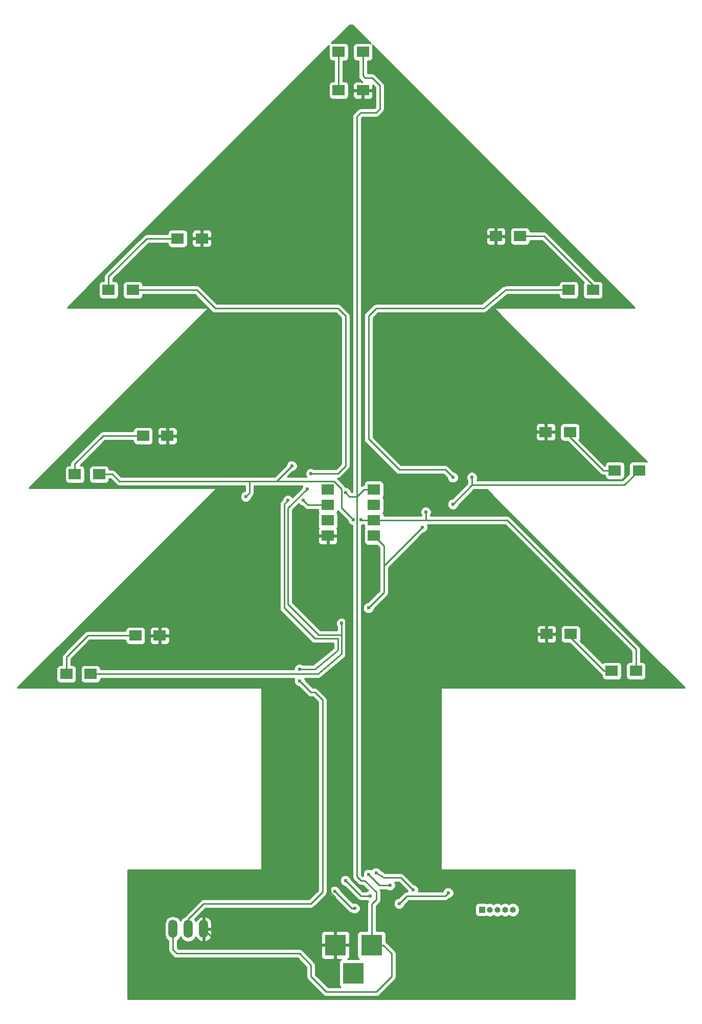
<source format=gbr>
G04 #@! TF.FileFunction,Copper,L1,Top,Signal*
%FSLAX46Y46*%
G04 Gerber Fmt 4.6, Leading zero omitted, Abs format (unit mm)*
G04 Created by KiCad (PCBNEW 4.0.6) date Sunday, September 24, 2017 'PMt' 03:47:12 PM*
%MOMM*%
%LPD*%
G01*
G04 APERTURE LIST*
%ADD10C,0.100000*%
%ADD11R,2.000000X1.700000*%
%ADD12R,1.000000X1.000000*%
%ADD13O,1.000000X1.000000*%
%ADD14R,2.000000X1.780000*%
%ADD15O,1.510000X3.010000*%
%ADD16R,3.500000X3.500000*%
%ADD17C,0.600000*%
%ADD18C,0.250000*%
%ADD19C,0.254000*%
G04 APERTURE END LIST*
D10*
D11*
X48165000Y-128270000D03*
X52165000Y-128270000D03*
X138970000Y-94615000D03*
X142970000Y-94615000D03*
X55150000Y-64770000D03*
X59150000Y-64770000D03*
D12*
X116967000Y-167259000D03*
D13*
X118237000Y-167259000D03*
X119507000Y-167259000D03*
X120777000Y-167259000D03*
X122047000Y-167259000D03*
D14*
X91440000Y-97790000D03*
X99060000Y-105410000D03*
X91440000Y-100330000D03*
X99060000Y-102870000D03*
X91440000Y-102870000D03*
X99060000Y-100330000D03*
X91440000Y-105410000D03*
X99060000Y-97790000D03*
D11*
X138462000Y-127762000D03*
X142462000Y-127762000D03*
X49562000Y-95250000D03*
X53562000Y-95250000D03*
X135350000Y-64770000D03*
X131350000Y-64770000D03*
X59595000Y-121920000D03*
X63595000Y-121920000D03*
X131540000Y-88265000D03*
X127540000Y-88265000D03*
X66580000Y-56261000D03*
X70580000Y-56261000D03*
X131667000Y-121666000D03*
X127667000Y-121666000D03*
X60865000Y-88900000D03*
X64865000Y-88900000D03*
X123285000Y-55880000D03*
X119285000Y-55880000D03*
X93250000Y-31750000D03*
X97250000Y-31750000D03*
D15*
X65786000Y-170434000D03*
X68326000Y-170434000D03*
X70866000Y-170434000D03*
D11*
X93250000Y-25400000D03*
X97250000Y-25400000D03*
D16*
X98679000Y-173101000D03*
X92679000Y-173101000D03*
X95679000Y-177801000D03*
D17*
X98425000Y-164973000D03*
X94361000Y-162433000D03*
X105537000Y-163957000D03*
X99441000Y-161163000D03*
X92583000Y-164211000D03*
X95885000Y-167005000D03*
X103251000Y-166243000D03*
X111379000Y-164465000D03*
X101727000Y-163195000D03*
X98171000Y-161417000D03*
X112141000Y-100203000D03*
X115316000Y-95758000D03*
X88011000Y-97663000D03*
X88646000Y-95123000D03*
X107061000Y-104013000D03*
X98171000Y-117348000D03*
X93726000Y-119888000D03*
X87376000Y-99568000D03*
X84836000Y-99568000D03*
X86741000Y-127508000D03*
X86741000Y-129413000D03*
X112141000Y-95758000D03*
X107696000Y-101473000D03*
X85471000Y-93853000D03*
X77851000Y-98933000D03*
X95631000Y-102743000D03*
X96901000Y-102743000D03*
X94361000Y-98298000D03*
D18*
X96901000Y-164973000D02*
X98425000Y-164973000D01*
X94361000Y-162433000D02*
X96901000Y-164973000D01*
X103505000Y-161925000D02*
X105537000Y-163957000D01*
X100711000Y-161925000D02*
X103505000Y-161925000D01*
X99441000Y-161163000D02*
X100711000Y-161925000D01*
X92583000Y-164211000D02*
X95377000Y-167005000D01*
X95377000Y-167005000D02*
X95885000Y-167005000D01*
X103251000Y-166243000D02*
X104521000Y-164973000D01*
X104521000Y-164973000D02*
X110871000Y-164973000D01*
X110871000Y-164973000D02*
X111379000Y-164465000D01*
X99949000Y-163195000D02*
X101727000Y-163195000D01*
X98171000Y-161417000D02*
X99949000Y-163195000D01*
X59595000Y-121920000D02*
X51689000Y-121920000D01*
X48165000Y-125444000D02*
X48165000Y-128270000D01*
X51689000Y-121920000D02*
X48165000Y-125444000D01*
X115316000Y-97028000D02*
X140557000Y-97028000D01*
X115316000Y-97028000D02*
X112141000Y-100203000D01*
X115316000Y-95758000D02*
X115316000Y-97028000D01*
X59150000Y-64770000D02*
X69723000Y-64770000D01*
X89916000Y-121793000D02*
X93726000Y-121793000D01*
X84836000Y-116713000D02*
X89916000Y-121793000D01*
X84836000Y-100838000D02*
X84836000Y-116713000D01*
X88011000Y-97663000D02*
X84836000Y-100838000D01*
X93091000Y-95123000D02*
X88646000Y-95123000D01*
X94361000Y-93853000D02*
X93091000Y-95123000D01*
X94361000Y-69088000D02*
X94361000Y-93853000D01*
X93091000Y-67818000D02*
X94361000Y-69088000D01*
X72771000Y-67818000D02*
X93091000Y-67818000D01*
X69723000Y-64770000D02*
X72771000Y-67818000D01*
X100711000Y-110998000D02*
X100711000Y-110363000D01*
X140557000Y-97028000D02*
X142970000Y-94615000D01*
X100711000Y-110363000D02*
X107061000Y-104013000D01*
X52165000Y-128270000D02*
X89789000Y-128270000D01*
X100711000Y-107061000D02*
X99060000Y-105410000D01*
X100711000Y-114808000D02*
X100711000Y-110998000D01*
X100711000Y-110998000D02*
X100711000Y-107061000D01*
X98171000Y-117348000D02*
X100711000Y-114808000D01*
X93726000Y-124968000D02*
X93726000Y-121793000D01*
X93726000Y-121793000D02*
X93726000Y-119888000D01*
X89789000Y-128270000D02*
X93726000Y-124968000D01*
X138970000Y-94615000D02*
X137033000Y-94615000D01*
X131540000Y-89122000D02*
X131540000Y-88265000D01*
X137033000Y-94615000D02*
X131540000Y-89122000D01*
X66580000Y-56261000D02*
X61468000Y-56261000D01*
X55150000Y-62579000D02*
X55150000Y-64770000D01*
X61468000Y-56261000D02*
X55150000Y-62579000D01*
X89281000Y-122428000D02*
X93091000Y-122428000D01*
X91440000Y-100330000D02*
X88138000Y-100330000D01*
X88138000Y-100330000D02*
X87376000Y-99568000D01*
X84836000Y-99568000D02*
X84201000Y-100203000D01*
X84201000Y-100203000D02*
X84201000Y-117348000D01*
X84201000Y-117348000D02*
X89281000Y-122428000D01*
X86741000Y-129413000D02*
X88646000Y-131318000D01*
X88646000Y-131318000D02*
X89281000Y-131318000D01*
X89281000Y-131318000D02*
X90551000Y-132588000D01*
X90551000Y-132588000D02*
X90551000Y-164338000D01*
X90551000Y-164338000D02*
X88646000Y-166243000D01*
X88646000Y-166243000D02*
X70866000Y-166243000D01*
X70866000Y-166243000D02*
X68326000Y-168783000D01*
X68326000Y-168783000D02*
X68326000Y-170434000D01*
X89281000Y-127508000D02*
X86741000Y-127508000D01*
X93091000Y-124333000D02*
X89281000Y-127508000D01*
X93091000Y-122428000D02*
X93091000Y-124333000D01*
X110871000Y-94488000D02*
X112141000Y-95758000D01*
X120904000Y-64770000D02*
X117221000Y-67818000D01*
X117221000Y-67818000D02*
X99441000Y-67818000D01*
X99441000Y-67818000D02*
X98171000Y-69088000D01*
X98171000Y-69088000D02*
X98171000Y-89408000D01*
X98171000Y-89408000D02*
X103251000Y-94488000D01*
X103251000Y-94488000D02*
X110871000Y-94488000D01*
X131350000Y-64770000D02*
X120904000Y-64770000D01*
X107696000Y-102870000D02*
X107696000Y-101473000D01*
X99060000Y-102870000D02*
X107696000Y-102870000D01*
X107696000Y-102870000D02*
X111506000Y-102870000D01*
X82931000Y-96393000D02*
X81661000Y-96393000D01*
X85471000Y-93853000D02*
X82931000Y-96393000D01*
X81661000Y-96393000D02*
X78486000Y-96393000D01*
X142462000Y-124174000D02*
X121158000Y-102870000D01*
X121158000Y-102870000D02*
X111506000Y-102870000D01*
X142462000Y-127762000D02*
X142462000Y-124174000D01*
X78486000Y-98298000D02*
X78486000Y-96393000D01*
X77851000Y-98933000D02*
X78486000Y-98298000D01*
X99060000Y-102870000D02*
X97028000Y-102870000D01*
X55753000Y-95250000D02*
X53562000Y-95250000D01*
X56896000Y-96393000D02*
X55753000Y-95250000D01*
X92456000Y-96393000D02*
X81661000Y-96393000D01*
X78486000Y-96393000D02*
X56896000Y-96393000D01*
X93726000Y-97663000D02*
X92456000Y-96393000D01*
X93726000Y-100838000D02*
X93726000Y-97663000D01*
X95631000Y-102743000D02*
X93726000Y-100838000D01*
X97028000Y-102870000D02*
X96901000Y-102743000D01*
X138462000Y-127762000D02*
X137160000Y-127762000D01*
X137160000Y-127762000D02*
X131667000Y-122269000D01*
X131667000Y-122269000D02*
X131667000Y-121666000D01*
X60865000Y-88900000D02*
X54229000Y-88900000D01*
X49562000Y-93567000D02*
X49562000Y-95250000D01*
X54229000Y-88900000D02*
X49562000Y-93567000D01*
X123285000Y-55880000D02*
X127254000Y-55880000D01*
X127254000Y-55880000D02*
X135350000Y-63976000D01*
X135350000Y-63976000D02*
X135350000Y-64770000D01*
X93250000Y-31750000D02*
X93250000Y-25400000D01*
X92679000Y-173101000D02*
X73533000Y-173101000D01*
X73533000Y-173101000D02*
X70866000Y-170434000D01*
X92679000Y-173101000D02*
X92679000Y-165196000D01*
X93853000Y-105410000D02*
X91440000Y-105410000D01*
X94361000Y-105918000D02*
X93853000Y-105410000D01*
X94361000Y-159893000D02*
X94361000Y-105918000D01*
X93091000Y-161163000D02*
X94361000Y-159893000D01*
X91821000Y-162433000D02*
X93091000Y-161163000D01*
X91821000Y-164338000D02*
X91821000Y-162433000D01*
X92679000Y-165196000D02*
X91821000Y-164338000D01*
X97250000Y-25400000D02*
X97250000Y-29369000D01*
X96266000Y-36068000D02*
X96266000Y-98933000D01*
X96901000Y-35433000D02*
X96266000Y-36068000D01*
X99441000Y-35433000D02*
X96901000Y-35433000D01*
X100076000Y-34798000D02*
X99441000Y-35433000D01*
X100076000Y-30988000D02*
X100076000Y-34798000D01*
X98806000Y-29718000D02*
X100076000Y-30988000D01*
X97599000Y-29718000D02*
X98806000Y-29718000D01*
X97250000Y-29369000D02*
X97599000Y-29718000D01*
X98679000Y-173101000D02*
X100584000Y-173101000D01*
X65786000Y-173863000D02*
X65786000Y-170434000D01*
X66421000Y-174498000D02*
X65786000Y-173863000D01*
X86741000Y-174498000D02*
X66421000Y-174498000D01*
X88646000Y-176403000D02*
X86741000Y-174498000D01*
X88646000Y-178308000D02*
X88646000Y-176403000D01*
X91186000Y-180848000D02*
X88646000Y-178308000D01*
X99441000Y-180848000D02*
X91186000Y-180848000D01*
X101981000Y-178308000D02*
X99441000Y-180848000D01*
X101981000Y-174498000D02*
X101981000Y-178308000D01*
X100584000Y-173101000D02*
X101981000Y-174498000D01*
X96266000Y-98933000D02*
X94996000Y-98933000D01*
X94361000Y-98298000D02*
X94361000Y-98298000D01*
X94996000Y-98933000D02*
X94361000Y-98298000D01*
X98679000Y-173101000D02*
X98679000Y-166370000D01*
X97409000Y-97790000D02*
X99060000Y-97790000D01*
X96266000Y-98933000D02*
X97409000Y-97790000D01*
X96266000Y-161798000D02*
X96266000Y-98933000D01*
X96901000Y-162433000D02*
X96266000Y-161798000D01*
X97536000Y-162433000D02*
X96901000Y-162433000D01*
X99441000Y-164338000D02*
X97536000Y-162433000D01*
X99441000Y-165608000D02*
X99441000Y-164338000D01*
X98679000Y-166370000D02*
X99441000Y-165608000D01*
D19*
G36*
X98541631Y-23980723D02*
X98501890Y-23953569D01*
X98250000Y-23902560D01*
X96250000Y-23902560D01*
X96014683Y-23946838D01*
X95798559Y-24085910D01*
X95653569Y-24298110D01*
X95602560Y-24550000D01*
X95602560Y-26250000D01*
X95646838Y-26485317D01*
X95785910Y-26701441D01*
X95998110Y-26846431D01*
X96250000Y-26897440D01*
X96490000Y-26897440D01*
X96490000Y-29369000D01*
X96547852Y-29659839D01*
X96712599Y-29906401D01*
X97061599Y-30255401D01*
X97122998Y-30296426D01*
X97122998Y-30423748D01*
X96964250Y-30265000D01*
X96123691Y-30265000D01*
X95890302Y-30361673D01*
X95711673Y-30540301D01*
X95615000Y-30773690D01*
X95615000Y-31464250D01*
X95773750Y-31623000D01*
X97123000Y-31623000D01*
X97123000Y-31603000D01*
X97377000Y-31603000D01*
X97377000Y-31623000D01*
X98726250Y-31623000D01*
X98885000Y-31464250D01*
X98885000Y-30871802D01*
X99316000Y-31302802D01*
X99316000Y-34483198D01*
X99126198Y-34673000D01*
X96901000Y-34673000D01*
X96610161Y-34730852D01*
X96363599Y-34895599D01*
X95728599Y-35530599D01*
X95563852Y-35777161D01*
X95506000Y-36068000D01*
X95506000Y-98173000D01*
X95310802Y-98173000D01*
X95296122Y-98158320D01*
X95296162Y-98112833D01*
X95154117Y-97769057D01*
X94891327Y-97505808D01*
X94547799Y-97363162D01*
X94422063Y-97363052D01*
X94263401Y-97125599D01*
X93020802Y-95883000D01*
X93091000Y-95883000D01*
X93381839Y-95825148D01*
X93628401Y-95660401D01*
X94898401Y-94390401D01*
X95063148Y-94143840D01*
X95121000Y-93853000D01*
X95121000Y-69088000D01*
X95063148Y-68797161D01*
X95063148Y-68797160D01*
X94898401Y-68550599D01*
X93628401Y-67280599D01*
X93381839Y-67115852D01*
X93091000Y-67058000D01*
X73085802Y-67058000D01*
X70260401Y-64232599D01*
X70013839Y-64067852D01*
X69723000Y-64010000D01*
X60797440Y-64010000D01*
X60797440Y-63920000D01*
X60753162Y-63684683D01*
X60614090Y-63468559D01*
X60401890Y-63323569D01*
X60150000Y-63272560D01*
X58150000Y-63272560D01*
X57914683Y-63316838D01*
X57698559Y-63455910D01*
X57553569Y-63668110D01*
X57502560Y-63920000D01*
X57502560Y-65620000D01*
X57546838Y-65855317D01*
X57685910Y-66071441D01*
X57898110Y-66216431D01*
X58150000Y-66267440D01*
X60150000Y-66267440D01*
X60385317Y-66223162D01*
X60601441Y-66084090D01*
X60746431Y-65871890D01*
X60797440Y-65620000D01*
X60797440Y-65530000D01*
X69408198Y-65530000D01*
X72233599Y-68355401D01*
X72480161Y-68520148D01*
X72771000Y-68578000D01*
X92776198Y-68578000D01*
X93601000Y-69402802D01*
X93601000Y-93538198D01*
X92776198Y-94363000D01*
X89208463Y-94363000D01*
X89176327Y-94330808D01*
X88832799Y-94188162D01*
X88460833Y-94187838D01*
X88117057Y-94329883D01*
X87853808Y-94592673D01*
X87711162Y-94936201D01*
X87710838Y-95308167D01*
X87845056Y-95633000D01*
X84765802Y-95633000D01*
X85610680Y-94788122D01*
X85656167Y-94788162D01*
X85999943Y-94646117D01*
X86263192Y-94383327D01*
X86405838Y-94039799D01*
X86406162Y-93667833D01*
X86264117Y-93324057D01*
X86001327Y-93060808D01*
X85657799Y-92918162D01*
X85285833Y-92917838D01*
X84942057Y-93059883D01*
X84678808Y-93322673D01*
X84536162Y-93666201D01*
X84536121Y-93713077D01*
X82616198Y-95633000D01*
X57210802Y-95633000D01*
X56290401Y-94712599D01*
X56043839Y-94547852D01*
X55753000Y-94490000D01*
X55209440Y-94490000D01*
X55209440Y-94400000D01*
X55165162Y-94164683D01*
X55026090Y-93948559D01*
X54813890Y-93803569D01*
X54562000Y-93752560D01*
X52562000Y-93752560D01*
X52326683Y-93796838D01*
X52110559Y-93935910D01*
X51965569Y-94148110D01*
X51914560Y-94400000D01*
X51914560Y-96100000D01*
X51958838Y-96335317D01*
X52097910Y-96551441D01*
X52310110Y-96696431D01*
X52562000Y-96747440D01*
X54562000Y-96747440D01*
X54797317Y-96703162D01*
X55013441Y-96564090D01*
X55158431Y-96351890D01*
X55209440Y-96100000D01*
X55209440Y-96010000D01*
X55438198Y-96010000D01*
X56358599Y-96930401D01*
X56605161Y-97095148D01*
X56896000Y-97153000D01*
X77726000Y-97153000D01*
X77726000Y-97983198D01*
X77711320Y-97997878D01*
X77665833Y-97997838D01*
X77322057Y-98139883D01*
X77058808Y-98402673D01*
X76916162Y-98746201D01*
X76915838Y-99118167D01*
X77057883Y-99461943D01*
X77320673Y-99725192D01*
X77664201Y-99867838D01*
X78036167Y-99868162D01*
X78379943Y-99726117D01*
X78643192Y-99463327D01*
X78785838Y-99119799D01*
X78785879Y-99072923D01*
X79023401Y-98835401D01*
X79188148Y-98588839D01*
X79246000Y-98298000D01*
X79246000Y-97153000D01*
X87210367Y-97153000D01*
X87076162Y-97476201D01*
X87076121Y-97523077D01*
X85594659Y-99004539D01*
X85366327Y-98775808D01*
X85022799Y-98633162D01*
X84650833Y-98632838D01*
X84307057Y-98774883D01*
X84043808Y-99037673D01*
X83901162Y-99381201D01*
X83901121Y-99428077D01*
X83663599Y-99665599D01*
X83498852Y-99912161D01*
X83441000Y-100203000D01*
X83441000Y-117348000D01*
X83498852Y-117638839D01*
X83663599Y-117885401D01*
X88743599Y-122965401D01*
X88990161Y-123130148D01*
X89281000Y-123188000D01*
X92331000Y-123188000D01*
X92331000Y-123977035D01*
X89005842Y-126748000D01*
X87303463Y-126748000D01*
X87271327Y-126715808D01*
X86927799Y-126573162D01*
X86555833Y-126572838D01*
X86212057Y-126714883D01*
X85948808Y-126977673D01*
X85806162Y-127321201D01*
X85805998Y-127510000D01*
X53812440Y-127510000D01*
X53812440Y-127420000D01*
X53768162Y-127184683D01*
X53629090Y-126968559D01*
X53416890Y-126823569D01*
X53165000Y-126772560D01*
X51165000Y-126772560D01*
X50929683Y-126816838D01*
X50713559Y-126955910D01*
X50568569Y-127168110D01*
X50517560Y-127420000D01*
X50517560Y-129120000D01*
X50561838Y-129355317D01*
X50700910Y-129571441D01*
X50913110Y-129716431D01*
X51165000Y-129767440D01*
X53165000Y-129767440D01*
X53400317Y-129723162D01*
X53616441Y-129584090D01*
X53761431Y-129371890D01*
X53812440Y-129120000D01*
X53812440Y-129030000D01*
X85887632Y-129030000D01*
X85806162Y-129226201D01*
X85805838Y-129598167D01*
X85947883Y-129941943D01*
X86210673Y-130205192D01*
X86554201Y-130347838D01*
X86601077Y-130347879D01*
X88108599Y-131855401D01*
X88355161Y-132020148D01*
X88646000Y-132078000D01*
X88966198Y-132078000D01*
X89791000Y-132902802D01*
X89791000Y-164023198D01*
X88331198Y-165483000D01*
X70866000Y-165483000D01*
X70623414Y-165531254D01*
X70575160Y-165540852D01*
X70328599Y-165705599D01*
X67788599Y-168245599D01*
X67648649Y-168455050D01*
X67343122Y-168659197D01*
X67056000Y-169088904D01*
X66768878Y-168659197D01*
X66317930Y-168357882D01*
X65786000Y-168252075D01*
X65254070Y-168357882D01*
X64803122Y-168659197D01*
X64501807Y-169110145D01*
X64396000Y-169642075D01*
X64396000Y-171225925D01*
X64501807Y-171757855D01*
X64803122Y-172208803D01*
X65026000Y-172357726D01*
X65026000Y-173863000D01*
X65083852Y-174153839D01*
X65248599Y-174400401D01*
X65883599Y-175035401D01*
X66130161Y-175200148D01*
X66421000Y-175258000D01*
X86426198Y-175258000D01*
X87886000Y-176717802D01*
X87886000Y-178308000D01*
X87943852Y-178598839D01*
X88108599Y-178845401D01*
X90648599Y-181385401D01*
X90895160Y-181550148D01*
X90943414Y-181559746D01*
X91186000Y-181608000D01*
X99441000Y-181608000D01*
X99731839Y-181550148D01*
X99978401Y-181385401D01*
X102518401Y-178845401D01*
X102683148Y-178598840D01*
X102692746Y-178550586D01*
X102741000Y-178308000D01*
X102741000Y-174498000D01*
X102683148Y-174207161D01*
X102683148Y-174207160D01*
X102518401Y-173960599D01*
X101121401Y-172563599D01*
X101076440Y-172533557D01*
X101076440Y-171351000D01*
X101032162Y-171115683D01*
X100893090Y-170899559D01*
X100680890Y-170754569D01*
X100429000Y-170703560D01*
X99439000Y-170703560D01*
X99439000Y-166684802D01*
X99978401Y-166145401D01*
X100143148Y-165898839D01*
X100201000Y-165608000D01*
X100201000Y-164338000D01*
X100143148Y-164047161D01*
X100081568Y-163955000D01*
X101164537Y-163955000D01*
X101196673Y-163987192D01*
X101540201Y-164129838D01*
X101912167Y-164130162D01*
X102255943Y-163988117D01*
X102519192Y-163725327D01*
X102661838Y-163381799D01*
X102662162Y-163009833D01*
X102527944Y-162685000D01*
X103190198Y-162685000D01*
X104601878Y-164096680D01*
X104601838Y-164142167D01*
X104631106Y-164213000D01*
X104521000Y-164213000D01*
X104230160Y-164270852D01*
X103983599Y-164435599D01*
X103111320Y-165307878D01*
X103065833Y-165307838D01*
X102722057Y-165449883D01*
X102458808Y-165712673D01*
X102316162Y-166056201D01*
X102315838Y-166428167D01*
X102457883Y-166771943D01*
X102720673Y-167035192D01*
X103064201Y-167177838D01*
X103436167Y-167178162D01*
X103779943Y-167036117D01*
X104043192Y-166773327D01*
X104049141Y-166759000D01*
X115819560Y-166759000D01*
X115819560Y-167759000D01*
X115863838Y-167994317D01*
X116002910Y-168210441D01*
X116215110Y-168355431D01*
X116467000Y-168406440D01*
X117467000Y-168406440D01*
X117702317Y-168362162D01*
X117778073Y-168313414D01*
X117802654Y-168329839D01*
X118237000Y-168416236D01*
X118671346Y-168329839D01*
X118872000Y-168195766D01*
X119072654Y-168329839D01*
X119507000Y-168416236D01*
X119941346Y-168329839D01*
X120142000Y-168195766D01*
X120342654Y-168329839D01*
X120777000Y-168416236D01*
X121211346Y-168329839D01*
X121412000Y-168195766D01*
X121612654Y-168329839D01*
X122047000Y-168416236D01*
X122481346Y-168329839D01*
X122849566Y-168083802D01*
X123095603Y-167715582D01*
X123182000Y-167281236D01*
X123182000Y-167236764D01*
X123095603Y-166802418D01*
X122849566Y-166434198D01*
X122481346Y-166188161D01*
X122047000Y-166101764D01*
X121612654Y-166188161D01*
X121412000Y-166322234D01*
X121211346Y-166188161D01*
X120777000Y-166101764D01*
X120342654Y-166188161D01*
X120142000Y-166322234D01*
X119941346Y-166188161D01*
X119507000Y-166101764D01*
X119072654Y-166188161D01*
X118872000Y-166322234D01*
X118671346Y-166188161D01*
X118237000Y-166101764D01*
X117802654Y-166188161D01*
X117779241Y-166203805D01*
X117718890Y-166162569D01*
X117467000Y-166111560D01*
X116467000Y-166111560D01*
X116231683Y-166155838D01*
X116015559Y-166294910D01*
X115870569Y-166507110D01*
X115819560Y-166759000D01*
X104049141Y-166759000D01*
X104185838Y-166429799D01*
X104185879Y-166382923D01*
X104835802Y-165733000D01*
X110871000Y-165733000D01*
X111161839Y-165675148D01*
X111408401Y-165510401D01*
X111518680Y-165400122D01*
X111564167Y-165400162D01*
X111907943Y-165258117D01*
X112171192Y-164995327D01*
X112313838Y-164651799D01*
X112314162Y-164279833D01*
X112172117Y-163936057D01*
X111909327Y-163672808D01*
X111565799Y-163530162D01*
X111193833Y-163529838D01*
X110850057Y-163671883D01*
X110586808Y-163934673D01*
X110471236Y-164213000D01*
X106443103Y-164213000D01*
X106471838Y-164143799D01*
X106472162Y-163771833D01*
X106330117Y-163428057D01*
X106067327Y-163164808D01*
X105723799Y-163022162D01*
X105676923Y-163022121D01*
X104042401Y-161387599D01*
X103795839Y-161222852D01*
X103505000Y-161165000D01*
X100921509Y-161165000D01*
X100299224Y-160791629D01*
X100234117Y-160634057D01*
X99971327Y-160370808D01*
X99627799Y-160228162D01*
X99255833Y-160227838D01*
X98912057Y-160369883D01*
X98669801Y-160611717D01*
X98357799Y-160482162D01*
X97985833Y-160481838D01*
X97642057Y-160623883D01*
X97378808Y-160886673D01*
X97236162Y-161230201D01*
X97235838Y-161602167D01*
X97265106Y-161673000D01*
X97215802Y-161673000D01*
X97026000Y-161483198D01*
X97026000Y-121951750D01*
X126032000Y-121951750D01*
X126032000Y-122642310D01*
X126128673Y-122875699D01*
X126307302Y-123054327D01*
X126540691Y-123151000D01*
X127381250Y-123151000D01*
X127540000Y-122992250D01*
X127540000Y-121793000D01*
X127794000Y-121793000D01*
X127794000Y-122992250D01*
X127952750Y-123151000D01*
X128793309Y-123151000D01*
X129026698Y-123054327D01*
X129205327Y-122875699D01*
X129302000Y-122642310D01*
X129302000Y-121951750D01*
X129143250Y-121793000D01*
X127794000Y-121793000D01*
X127540000Y-121793000D01*
X126190750Y-121793000D01*
X126032000Y-121951750D01*
X97026000Y-121951750D01*
X97026000Y-120689690D01*
X126032000Y-120689690D01*
X126032000Y-121380250D01*
X126190750Y-121539000D01*
X127540000Y-121539000D01*
X127540000Y-120339750D01*
X127794000Y-120339750D01*
X127794000Y-121539000D01*
X129143250Y-121539000D01*
X129302000Y-121380250D01*
X129302000Y-120816000D01*
X130019560Y-120816000D01*
X130019560Y-122516000D01*
X130063838Y-122751317D01*
X130202910Y-122967441D01*
X130415110Y-123112431D01*
X130667000Y-123163440D01*
X131486638Y-123163440D01*
X136622599Y-128299401D01*
X136814560Y-128427665D01*
X136814560Y-128612000D01*
X136858838Y-128847317D01*
X136997910Y-129063441D01*
X137210110Y-129208431D01*
X137462000Y-129259440D01*
X139462000Y-129259440D01*
X139697317Y-129215162D01*
X139913441Y-129076090D01*
X140058431Y-128863890D01*
X140109440Y-128612000D01*
X140109440Y-126912000D01*
X140065162Y-126676683D01*
X139926090Y-126460559D01*
X139713890Y-126315569D01*
X139462000Y-126264560D01*
X137462000Y-126264560D01*
X137226683Y-126308838D01*
X137010559Y-126447910D01*
X136974088Y-126501286D01*
X133254201Y-122781399D01*
X133263431Y-122767890D01*
X133314440Y-122516000D01*
X133314440Y-120816000D01*
X133270162Y-120580683D01*
X133131090Y-120364559D01*
X132918890Y-120219569D01*
X132667000Y-120168560D01*
X130667000Y-120168560D01*
X130431683Y-120212838D01*
X130215559Y-120351910D01*
X130070569Y-120564110D01*
X130019560Y-120816000D01*
X129302000Y-120816000D01*
X129302000Y-120689690D01*
X129205327Y-120456301D01*
X129026698Y-120277673D01*
X128793309Y-120181000D01*
X127952750Y-120181000D01*
X127794000Y-120339750D01*
X127540000Y-120339750D01*
X127381250Y-120181000D01*
X126540691Y-120181000D01*
X126307302Y-120277673D01*
X126128673Y-120456301D01*
X126032000Y-120689690D01*
X97026000Y-120689690D01*
X97026000Y-103678110D01*
X97086167Y-103678162D01*
X97202728Y-103630000D01*
X97412560Y-103630000D01*
X97412560Y-103760000D01*
X97456838Y-103995317D01*
X97550503Y-104140877D01*
X97463569Y-104268110D01*
X97412560Y-104520000D01*
X97412560Y-106300000D01*
X97456838Y-106535317D01*
X97595910Y-106751441D01*
X97808110Y-106896431D01*
X98060000Y-106947440D01*
X99522638Y-106947440D01*
X99951000Y-107375802D01*
X99951000Y-114493198D01*
X98031320Y-116412878D01*
X97985833Y-116412838D01*
X97642057Y-116554883D01*
X97378808Y-116817673D01*
X97236162Y-117161201D01*
X97235838Y-117533167D01*
X97377883Y-117876943D01*
X97640673Y-118140192D01*
X97984201Y-118282838D01*
X98356167Y-118283162D01*
X98699943Y-118141117D01*
X98963192Y-117878327D01*
X99105838Y-117534799D01*
X99105879Y-117487923D01*
X101248401Y-115345401D01*
X101413148Y-115098840D01*
X101422746Y-115050586D01*
X101471000Y-114808000D01*
X101471000Y-110677802D01*
X107200680Y-104948122D01*
X107246167Y-104948162D01*
X107589943Y-104806117D01*
X107853192Y-104543327D01*
X107995838Y-104199799D01*
X107996162Y-103827833D01*
X107914419Y-103630000D01*
X120843198Y-103630000D01*
X141702000Y-124488802D01*
X141702000Y-126264560D01*
X141462000Y-126264560D01*
X141226683Y-126308838D01*
X141010559Y-126447910D01*
X140865569Y-126660110D01*
X140814560Y-126912000D01*
X140814560Y-128612000D01*
X140858838Y-128847317D01*
X140997910Y-129063441D01*
X141210110Y-129208431D01*
X141462000Y-129259440D01*
X143462000Y-129259440D01*
X143697317Y-129215162D01*
X143913441Y-129076090D01*
X144058431Y-128863890D01*
X144109440Y-128612000D01*
X144109440Y-126912000D01*
X144065162Y-126676683D01*
X143926090Y-126460559D01*
X143713890Y-126315569D01*
X143462000Y-126264560D01*
X143222000Y-126264560D01*
X143222000Y-124174000D01*
X143164148Y-123883161D01*
X142999401Y-123636599D01*
X121695401Y-102332599D01*
X121448839Y-102167852D01*
X121158000Y-102110000D01*
X108456000Y-102110000D01*
X108456000Y-102035463D01*
X108488192Y-102003327D01*
X108630838Y-101659799D01*
X108631162Y-101287833D01*
X108489117Y-100944057D01*
X108226327Y-100680808D01*
X107882799Y-100538162D01*
X107510833Y-100537838D01*
X107167057Y-100679883D01*
X106903808Y-100942673D01*
X106761162Y-101286201D01*
X106760838Y-101658167D01*
X106902883Y-102001943D01*
X106936000Y-102035118D01*
X106936000Y-102110000D01*
X100707440Y-102110000D01*
X100707440Y-101980000D01*
X100663162Y-101744683D01*
X100569497Y-101599123D01*
X100656431Y-101471890D01*
X100707440Y-101220000D01*
X100707440Y-99440000D01*
X100663162Y-99204683D01*
X100569497Y-99059123D01*
X100656431Y-98931890D01*
X100707440Y-98680000D01*
X100707440Y-96900000D01*
X100663162Y-96664683D01*
X100524090Y-96448559D01*
X100311890Y-96303569D01*
X100060000Y-96252560D01*
X98060000Y-96252560D01*
X97824683Y-96296838D01*
X97608559Y-96435910D01*
X97463569Y-96648110D01*
X97412560Y-96900000D01*
X97412560Y-97030000D01*
X97409000Y-97030000D01*
X97118161Y-97087852D01*
X97026000Y-97149432D01*
X97026000Y-69088000D01*
X97411000Y-69088000D01*
X97411000Y-89408000D01*
X97468852Y-89698839D01*
X97633599Y-89945401D01*
X102713599Y-95025401D01*
X102960161Y-95190148D01*
X103251000Y-95248000D01*
X110556198Y-95248000D01*
X111205878Y-95897680D01*
X111205838Y-95943167D01*
X111347883Y-96286943D01*
X111610673Y-96550192D01*
X111954201Y-96692838D01*
X112326167Y-96693162D01*
X112669943Y-96551117D01*
X112933192Y-96288327D01*
X113075838Y-95944799D01*
X113076162Y-95572833D01*
X112934117Y-95229057D01*
X112671327Y-94965808D01*
X112327799Y-94823162D01*
X112280923Y-94823121D01*
X111408401Y-93950599D01*
X111161839Y-93785852D01*
X110871000Y-93728000D01*
X103565802Y-93728000D01*
X98931000Y-89093198D01*
X98931000Y-88550750D01*
X125905000Y-88550750D01*
X125905000Y-89241310D01*
X126001673Y-89474699D01*
X126180302Y-89653327D01*
X126413691Y-89750000D01*
X127254250Y-89750000D01*
X127413000Y-89591250D01*
X127413000Y-88392000D01*
X127667000Y-88392000D01*
X127667000Y-89591250D01*
X127825750Y-89750000D01*
X128666309Y-89750000D01*
X128899698Y-89653327D01*
X129078327Y-89474699D01*
X129175000Y-89241310D01*
X129175000Y-88550750D01*
X129016250Y-88392000D01*
X127667000Y-88392000D01*
X127413000Y-88392000D01*
X126063750Y-88392000D01*
X125905000Y-88550750D01*
X98931000Y-88550750D01*
X98931000Y-87288690D01*
X125905000Y-87288690D01*
X125905000Y-87979250D01*
X126063750Y-88138000D01*
X127413000Y-88138000D01*
X127413000Y-86938750D01*
X127667000Y-86938750D01*
X127667000Y-88138000D01*
X129016250Y-88138000D01*
X129175000Y-87979250D01*
X129175000Y-87415000D01*
X129892560Y-87415000D01*
X129892560Y-89115000D01*
X129936838Y-89350317D01*
X130075910Y-89566441D01*
X130288110Y-89711431D01*
X130540000Y-89762440D01*
X131105638Y-89762440D01*
X136495599Y-95152401D01*
X136742161Y-95317148D01*
X137033000Y-95375000D01*
X137322560Y-95375000D01*
X137322560Y-95465000D01*
X137366838Y-95700317D01*
X137505910Y-95916441D01*
X137718110Y-96061431D01*
X137970000Y-96112440D01*
X139970000Y-96112440D01*
X140205317Y-96068162D01*
X140421441Y-95929090D01*
X140566431Y-95716890D01*
X140617440Y-95465000D01*
X140617440Y-93765000D01*
X140573162Y-93529683D01*
X140434090Y-93313559D01*
X140221890Y-93168569D01*
X139970000Y-93117560D01*
X137970000Y-93117560D01*
X137734683Y-93161838D01*
X137518559Y-93300910D01*
X137373569Y-93513110D01*
X137322560Y-93765000D01*
X137322560Y-93829758D01*
X133024098Y-89531296D01*
X133136431Y-89366890D01*
X133187440Y-89115000D01*
X133187440Y-87415000D01*
X133143162Y-87179683D01*
X133004090Y-86963559D01*
X132791890Y-86818569D01*
X132540000Y-86767560D01*
X130540000Y-86767560D01*
X130304683Y-86811838D01*
X130088559Y-86950910D01*
X129943569Y-87163110D01*
X129892560Y-87415000D01*
X129175000Y-87415000D01*
X129175000Y-87288690D01*
X129078327Y-87055301D01*
X128899698Y-86876673D01*
X128666309Y-86780000D01*
X127825750Y-86780000D01*
X127667000Y-86938750D01*
X127413000Y-86938750D01*
X127254250Y-86780000D01*
X126413691Y-86780000D01*
X126180302Y-86876673D01*
X126001673Y-87055301D01*
X125905000Y-87288690D01*
X98931000Y-87288690D01*
X98931000Y-69402802D01*
X99755802Y-68578000D01*
X117221000Y-68578000D01*
X117332017Y-68555917D01*
X117444606Y-68544360D01*
X117476400Y-68527197D01*
X117511839Y-68520148D01*
X117605949Y-68457266D01*
X117705551Y-68403500D01*
X121177697Y-65530000D01*
X129702560Y-65530000D01*
X129702560Y-65620000D01*
X129746838Y-65855317D01*
X129885910Y-66071441D01*
X130098110Y-66216431D01*
X130350000Y-66267440D01*
X132350000Y-66267440D01*
X132585317Y-66223162D01*
X132801441Y-66084090D01*
X132946431Y-65871890D01*
X132997440Y-65620000D01*
X132997440Y-63920000D01*
X132953162Y-63684683D01*
X132814090Y-63468559D01*
X132601890Y-63323569D01*
X132350000Y-63272560D01*
X130350000Y-63272560D01*
X130114683Y-63316838D01*
X129898559Y-63455910D01*
X129753569Y-63668110D01*
X129702560Y-63920000D01*
X129702560Y-64010000D01*
X120904000Y-64010000D01*
X120792989Y-64032082D01*
X120680394Y-64043639D01*
X120648597Y-64060803D01*
X120613161Y-64067852D01*
X120519054Y-64130732D01*
X120419449Y-64184500D01*
X116947303Y-67058000D01*
X99441000Y-67058000D01*
X99150160Y-67115852D01*
X98903599Y-67280599D01*
X97633599Y-68550599D01*
X97468852Y-68797161D01*
X97411000Y-69088000D01*
X97026000Y-69088000D01*
X97026000Y-56165750D01*
X117650000Y-56165750D01*
X117650000Y-56856310D01*
X117746673Y-57089699D01*
X117925302Y-57268327D01*
X118158691Y-57365000D01*
X118999250Y-57365000D01*
X119158000Y-57206250D01*
X119158000Y-56007000D01*
X119412000Y-56007000D01*
X119412000Y-57206250D01*
X119570750Y-57365000D01*
X120411309Y-57365000D01*
X120644698Y-57268327D01*
X120823327Y-57089699D01*
X120920000Y-56856310D01*
X120920000Y-56165750D01*
X120761250Y-56007000D01*
X119412000Y-56007000D01*
X119158000Y-56007000D01*
X117808750Y-56007000D01*
X117650000Y-56165750D01*
X97026000Y-56165750D01*
X97026000Y-54903690D01*
X117650000Y-54903690D01*
X117650000Y-55594250D01*
X117808750Y-55753000D01*
X119158000Y-55753000D01*
X119158000Y-54553750D01*
X119412000Y-54553750D01*
X119412000Y-55753000D01*
X120761250Y-55753000D01*
X120920000Y-55594250D01*
X120920000Y-55030000D01*
X121637560Y-55030000D01*
X121637560Y-56730000D01*
X121681838Y-56965317D01*
X121820910Y-57181441D01*
X122033110Y-57326431D01*
X122285000Y-57377440D01*
X124285000Y-57377440D01*
X124520317Y-57333162D01*
X124736441Y-57194090D01*
X124881431Y-56981890D01*
X124932440Y-56730000D01*
X124932440Y-56640000D01*
X126939198Y-56640000D01*
X133840330Y-63541132D01*
X133753569Y-63668110D01*
X133702560Y-63920000D01*
X133702560Y-65620000D01*
X133746838Y-65855317D01*
X133885910Y-66071441D01*
X134098110Y-66216431D01*
X134350000Y-66267440D01*
X136350000Y-66267440D01*
X136585317Y-66223162D01*
X136801441Y-66084090D01*
X136946431Y-65871890D01*
X136997440Y-65620000D01*
X136997440Y-63920000D01*
X136953162Y-63684683D01*
X136814090Y-63468559D01*
X136601890Y-63323569D01*
X136350000Y-63272560D01*
X135721362Y-63272560D01*
X127791401Y-55342599D01*
X127544839Y-55177852D01*
X127254000Y-55120000D01*
X124932440Y-55120000D01*
X124932440Y-55030000D01*
X124888162Y-54794683D01*
X124749090Y-54578559D01*
X124536890Y-54433569D01*
X124285000Y-54382560D01*
X122285000Y-54382560D01*
X122049683Y-54426838D01*
X121833559Y-54565910D01*
X121688569Y-54778110D01*
X121637560Y-55030000D01*
X120920000Y-55030000D01*
X120920000Y-54903690D01*
X120823327Y-54670301D01*
X120644698Y-54491673D01*
X120411309Y-54395000D01*
X119570750Y-54395000D01*
X119412000Y-54553750D01*
X119158000Y-54553750D01*
X118999250Y-54395000D01*
X118158691Y-54395000D01*
X117925302Y-54491673D01*
X117746673Y-54670301D01*
X117650000Y-54903690D01*
X97026000Y-54903690D01*
X97026000Y-36382802D01*
X97215802Y-36193000D01*
X99441000Y-36193000D01*
X99731839Y-36135148D01*
X99978401Y-35970401D01*
X100613401Y-35335401D01*
X100778148Y-35088839D01*
X100836000Y-34798000D01*
X100836000Y-30988000D01*
X100778148Y-30697161D01*
X100778148Y-30697160D01*
X100613401Y-30450599D01*
X99343401Y-29180599D01*
X99096839Y-29015852D01*
X98806000Y-28958000D01*
X98010000Y-28958000D01*
X98010000Y-26897440D01*
X98250000Y-26897440D01*
X98485317Y-26853162D01*
X98701441Y-26714090D01*
X98846431Y-26501890D01*
X98897440Y-26250000D01*
X98897440Y-24550000D01*
X98853162Y-24314683D01*
X98812680Y-24251772D01*
X142251908Y-67691000D01*
X119126000Y-67691000D01*
X119076590Y-67701006D01*
X119034965Y-67729447D01*
X119007685Y-67771841D01*
X118999048Y-67821509D01*
X119010416Y-67870623D01*
X119036197Y-67907803D01*
X120022130Y-68893736D01*
X120147954Y-69082046D01*
X144261631Y-93195723D01*
X144221890Y-93168569D01*
X143970000Y-93117560D01*
X141970000Y-93117560D01*
X141734683Y-93161838D01*
X141518559Y-93300910D01*
X141373569Y-93513110D01*
X141322560Y-93765000D01*
X141322560Y-95187638D01*
X140242198Y-96268000D01*
X116116633Y-96268000D01*
X116250838Y-95944799D01*
X116251162Y-95572833D01*
X116109117Y-95229057D01*
X115846327Y-94965808D01*
X115502799Y-94823162D01*
X115130833Y-94822838D01*
X114787057Y-94964883D01*
X114523808Y-95227673D01*
X114381162Y-95571201D01*
X114380838Y-95943167D01*
X114522883Y-96286943D01*
X114556000Y-96320118D01*
X114556000Y-96713198D01*
X112001320Y-99267878D01*
X111955833Y-99267838D01*
X111612057Y-99409883D01*
X111348808Y-99672673D01*
X111206162Y-100016201D01*
X111205838Y-100388167D01*
X111347883Y-100731943D01*
X111610673Y-100995192D01*
X111954201Y-101137838D01*
X112326167Y-101138162D01*
X112669943Y-100996117D01*
X112933192Y-100733327D01*
X113075838Y-100389799D01*
X113075879Y-100342923D01*
X115630802Y-97788000D01*
X117801394Y-97788000D01*
X118752130Y-98738736D01*
X118877954Y-98927046D01*
X150506908Y-130556000D01*
X110236000Y-130556000D01*
X110186590Y-130566006D01*
X110144965Y-130594447D01*
X110117685Y-130636841D01*
X110109000Y-130683000D01*
X110109000Y-160528000D01*
X110119006Y-160577410D01*
X110147447Y-160619035D01*
X110189841Y-160646315D01*
X110236000Y-160655000D01*
X132334000Y-160655000D01*
X132334000Y-181991000D01*
X58293000Y-181991000D01*
X58293000Y-160655000D01*
X80391000Y-160655000D01*
X80440410Y-160644994D01*
X80482035Y-160616553D01*
X80509315Y-160574159D01*
X80518000Y-160528000D01*
X80518000Y-130683000D01*
X80507994Y-130633590D01*
X80479553Y-130591965D01*
X80437159Y-130564685D01*
X80391000Y-130556000D01*
X40057606Y-130556000D01*
X43193606Y-127420000D01*
X46517560Y-127420000D01*
X46517560Y-129120000D01*
X46561838Y-129355317D01*
X46700910Y-129571441D01*
X46913110Y-129716431D01*
X47165000Y-129767440D01*
X49165000Y-129767440D01*
X49400317Y-129723162D01*
X49616441Y-129584090D01*
X49761431Y-129371890D01*
X49812440Y-129120000D01*
X49812440Y-127420000D01*
X49768162Y-127184683D01*
X49629090Y-126968559D01*
X49416890Y-126823569D01*
X49165000Y-126772560D01*
X48925000Y-126772560D01*
X48925000Y-125758802D01*
X52003802Y-122680000D01*
X57947560Y-122680000D01*
X57947560Y-122770000D01*
X57991838Y-123005317D01*
X58130910Y-123221441D01*
X58343110Y-123366431D01*
X58595000Y-123417440D01*
X60595000Y-123417440D01*
X60830317Y-123373162D01*
X61046441Y-123234090D01*
X61191431Y-123021890D01*
X61242440Y-122770000D01*
X61242440Y-122205750D01*
X61960000Y-122205750D01*
X61960000Y-122896310D01*
X62056673Y-123129699D01*
X62235302Y-123308327D01*
X62468691Y-123405000D01*
X63309250Y-123405000D01*
X63468000Y-123246250D01*
X63468000Y-122047000D01*
X63722000Y-122047000D01*
X63722000Y-123246250D01*
X63880750Y-123405000D01*
X64721309Y-123405000D01*
X64954698Y-123308327D01*
X65133327Y-123129699D01*
X65230000Y-122896310D01*
X65230000Y-122205750D01*
X65071250Y-122047000D01*
X63722000Y-122047000D01*
X63468000Y-122047000D01*
X62118750Y-122047000D01*
X61960000Y-122205750D01*
X61242440Y-122205750D01*
X61242440Y-121070000D01*
X61218674Y-120943690D01*
X61960000Y-120943690D01*
X61960000Y-121634250D01*
X62118750Y-121793000D01*
X63468000Y-121793000D01*
X63468000Y-120593750D01*
X63722000Y-120593750D01*
X63722000Y-121793000D01*
X65071250Y-121793000D01*
X65230000Y-121634250D01*
X65230000Y-120943690D01*
X65133327Y-120710301D01*
X64954698Y-120531673D01*
X64721309Y-120435000D01*
X63880750Y-120435000D01*
X63722000Y-120593750D01*
X63468000Y-120593750D01*
X63309250Y-120435000D01*
X62468691Y-120435000D01*
X62235302Y-120531673D01*
X62056673Y-120710301D01*
X61960000Y-120943690D01*
X61218674Y-120943690D01*
X61198162Y-120834683D01*
X61059090Y-120618559D01*
X60846890Y-120473569D01*
X60595000Y-120422560D01*
X58595000Y-120422560D01*
X58359683Y-120466838D01*
X58143559Y-120605910D01*
X57998569Y-120818110D01*
X57947560Y-121070000D01*
X57947560Y-121160000D01*
X51689000Y-121160000D01*
X51398161Y-121217852D01*
X51151599Y-121382599D01*
X47627599Y-124906599D01*
X47462852Y-125153161D01*
X47405000Y-125444000D01*
X47405000Y-126772560D01*
X47165000Y-126772560D01*
X46929683Y-126816838D01*
X46713559Y-126955910D01*
X46568569Y-127168110D01*
X46517560Y-127420000D01*
X43193606Y-127420000D01*
X72860803Y-97752803D01*
X72888666Y-97710789D01*
X72897988Y-97661246D01*
X72887300Y-97611978D01*
X72858287Y-97570751D01*
X72815520Y-97544059D01*
X72771000Y-97536000D01*
X41962606Y-97536000D01*
X45098606Y-94400000D01*
X47914560Y-94400000D01*
X47914560Y-96100000D01*
X47958838Y-96335317D01*
X48097910Y-96551441D01*
X48310110Y-96696431D01*
X48562000Y-96747440D01*
X50562000Y-96747440D01*
X50797317Y-96703162D01*
X51013441Y-96564090D01*
X51158431Y-96351890D01*
X51209440Y-96100000D01*
X51209440Y-94400000D01*
X51165162Y-94164683D01*
X51026090Y-93948559D01*
X50813890Y-93803569D01*
X50562000Y-93752560D01*
X50451242Y-93752560D01*
X54543802Y-89660000D01*
X59217560Y-89660000D01*
X59217560Y-89750000D01*
X59261838Y-89985317D01*
X59400910Y-90201441D01*
X59613110Y-90346431D01*
X59865000Y-90397440D01*
X61865000Y-90397440D01*
X62100317Y-90353162D01*
X62316441Y-90214090D01*
X62461431Y-90001890D01*
X62512440Y-89750000D01*
X62512440Y-89185750D01*
X63230000Y-89185750D01*
X63230000Y-89876310D01*
X63326673Y-90109699D01*
X63505302Y-90288327D01*
X63738691Y-90385000D01*
X64579250Y-90385000D01*
X64738000Y-90226250D01*
X64738000Y-89027000D01*
X64992000Y-89027000D01*
X64992000Y-90226250D01*
X65150750Y-90385000D01*
X65991309Y-90385000D01*
X66224698Y-90288327D01*
X66403327Y-90109699D01*
X66500000Y-89876310D01*
X66500000Y-89185750D01*
X66341250Y-89027000D01*
X64992000Y-89027000D01*
X64738000Y-89027000D01*
X63388750Y-89027000D01*
X63230000Y-89185750D01*
X62512440Y-89185750D01*
X62512440Y-88050000D01*
X62488674Y-87923690D01*
X63230000Y-87923690D01*
X63230000Y-88614250D01*
X63388750Y-88773000D01*
X64738000Y-88773000D01*
X64738000Y-87573750D01*
X64992000Y-87573750D01*
X64992000Y-88773000D01*
X66341250Y-88773000D01*
X66500000Y-88614250D01*
X66500000Y-87923690D01*
X66403327Y-87690301D01*
X66224698Y-87511673D01*
X65991309Y-87415000D01*
X65150750Y-87415000D01*
X64992000Y-87573750D01*
X64738000Y-87573750D01*
X64579250Y-87415000D01*
X63738691Y-87415000D01*
X63505302Y-87511673D01*
X63326673Y-87690301D01*
X63230000Y-87923690D01*
X62488674Y-87923690D01*
X62468162Y-87814683D01*
X62329090Y-87598559D01*
X62116890Y-87453569D01*
X61865000Y-87402560D01*
X59865000Y-87402560D01*
X59629683Y-87446838D01*
X59413559Y-87585910D01*
X59268569Y-87798110D01*
X59217560Y-88050000D01*
X59217560Y-88140000D01*
X54229000Y-88140000D01*
X53938161Y-88197852D01*
X53691599Y-88362599D01*
X49024599Y-93029599D01*
X48859852Y-93276161D01*
X48802000Y-93567000D01*
X48802000Y-93752560D01*
X48562000Y-93752560D01*
X48326683Y-93796838D01*
X48110559Y-93935910D01*
X47965569Y-94148110D01*
X47914560Y-94400000D01*
X45098606Y-94400000D01*
X71590803Y-67907803D01*
X71618666Y-67865789D01*
X71627988Y-67816246D01*
X71617300Y-67766978D01*
X71588287Y-67725751D01*
X71545520Y-67699059D01*
X71501000Y-67691000D01*
X48312606Y-67691000D01*
X52083606Y-63920000D01*
X53502560Y-63920000D01*
X53502560Y-65620000D01*
X53546838Y-65855317D01*
X53685910Y-66071441D01*
X53898110Y-66216431D01*
X54150000Y-66267440D01*
X56150000Y-66267440D01*
X56385317Y-66223162D01*
X56601441Y-66084090D01*
X56746431Y-65871890D01*
X56797440Y-65620000D01*
X56797440Y-63920000D01*
X56753162Y-63684683D01*
X56614090Y-63468559D01*
X56401890Y-63323569D01*
X56150000Y-63272560D01*
X55910000Y-63272560D01*
X55910000Y-62893802D01*
X61782802Y-57021000D01*
X64932560Y-57021000D01*
X64932560Y-57111000D01*
X64976838Y-57346317D01*
X65115910Y-57562441D01*
X65328110Y-57707431D01*
X65580000Y-57758440D01*
X67580000Y-57758440D01*
X67815317Y-57714162D01*
X68031441Y-57575090D01*
X68176431Y-57362890D01*
X68227440Y-57111000D01*
X68227440Y-56546750D01*
X68945000Y-56546750D01*
X68945000Y-57237310D01*
X69041673Y-57470699D01*
X69220302Y-57649327D01*
X69453691Y-57746000D01*
X70294250Y-57746000D01*
X70453000Y-57587250D01*
X70453000Y-56388000D01*
X70707000Y-56388000D01*
X70707000Y-57587250D01*
X70865750Y-57746000D01*
X71706309Y-57746000D01*
X71939698Y-57649327D01*
X72118327Y-57470699D01*
X72215000Y-57237310D01*
X72215000Y-56546750D01*
X72056250Y-56388000D01*
X70707000Y-56388000D01*
X70453000Y-56388000D01*
X69103750Y-56388000D01*
X68945000Y-56546750D01*
X68227440Y-56546750D01*
X68227440Y-55411000D01*
X68203674Y-55284690D01*
X68945000Y-55284690D01*
X68945000Y-55975250D01*
X69103750Y-56134000D01*
X70453000Y-56134000D01*
X70453000Y-54934750D01*
X70707000Y-54934750D01*
X70707000Y-56134000D01*
X72056250Y-56134000D01*
X72215000Y-55975250D01*
X72215000Y-55284690D01*
X72118327Y-55051301D01*
X71939698Y-54872673D01*
X71706309Y-54776000D01*
X70865750Y-54776000D01*
X70707000Y-54934750D01*
X70453000Y-54934750D01*
X70294250Y-54776000D01*
X69453691Y-54776000D01*
X69220302Y-54872673D01*
X69041673Y-55051301D01*
X68945000Y-55284690D01*
X68203674Y-55284690D01*
X68183162Y-55175683D01*
X68044090Y-54959559D01*
X67831890Y-54814569D01*
X67580000Y-54763560D01*
X65580000Y-54763560D01*
X65344683Y-54807838D01*
X65128559Y-54946910D01*
X64983569Y-55159110D01*
X64932560Y-55411000D01*
X64932560Y-55501000D01*
X61468000Y-55501000D01*
X61177160Y-55558852D01*
X60930599Y-55723599D01*
X54612599Y-62041599D01*
X54447852Y-62288161D01*
X54390000Y-62579000D01*
X54390000Y-63272560D01*
X54150000Y-63272560D01*
X53914683Y-63316838D01*
X53698559Y-63455910D01*
X53553569Y-63668110D01*
X53502560Y-63920000D01*
X52083606Y-63920000D01*
X91640383Y-24363223D01*
X91602560Y-24550000D01*
X91602560Y-26250000D01*
X91646838Y-26485317D01*
X91785910Y-26701441D01*
X91998110Y-26846431D01*
X92250000Y-26897440D01*
X92490000Y-26897440D01*
X92490000Y-30252560D01*
X92250000Y-30252560D01*
X92014683Y-30296838D01*
X91798559Y-30435910D01*
X91653569Y-30648110D01*
X91602560Y-30900000D01*
X91602560Y-32600000D01*
X91646838Y-32835317D01*
X91785910Y-33051441D01*
X91998110Y-33196431D01*
X92250000Y-33247440D01*
X94250000Y-33247440D01*
X94485317Y-33203162D01*
X94701441Y-33064090D01*
X94846431Y-32851890D01*
X94897440Y-32600000D01*
X94897440Y-32035750D01*
X95615000Y-32035750D01*
X95615000Y-32726310D01*
X95711673Y-32959699D01*
X95890302Y-33138327D01*
X96123691Y-33235000D01*
X96964250Y-33235000D01*
X97123000Y-33076250D01*
X97123000Y-31877000D01*
X97377000Y-31877000D01*
X97377000Y-33076250D01*
X97535750Y-33235000D01*
X98376309Y-33235000D01*
X98609698Y-33138327D01*
X98788327Y-32959699D01*
X98885000Y-32726310D01*
X98885000Y-32035750D01*
X98726250Y-31877000D01*
X97377000Y-31877000D01*
X97123000Y-31877000D01*
X95773750Y-31877000D01*
X95615000Y-32035750D01*
X94897440Y-32035750D01*
X94897440Y-30900000D01*
X94853162Y-30664683D01*
X94714090Y-30448559D01*
X94501890Y-30303569D01*
X94250000Y-30252560D01*
X94010000Y-30252560D01*
X94010000Y-26897440D01*
X94250000Y-26897440D01*
X94485317Y-26853162D01*
X94701441Y-26714090D01*
X94846431Y-26501890D01*
X94897440Y-26250000D01*
X94897440Y-24550000D01*
X94853162Y-24314683D01*
X94714090Y-24098559D01*
X94501890Y-23953569D01*
X94250000Y-23902560D01*
X92250000Y-23902560D01*
X92066522Y-23937084D01*
X95048606Y-20955000D01*
X95515908Y-20955000D01*
X98541631Y-23980723D01*
X98541631Y-23980723D01*
G37*
X98541631Y-23980723D02*
X98501890Y-23953569D01*
X98250000Y-23902560D01*
X96250000Y-23902560D01*
X96014683Y-23946838D01*
X95798559Y-24085910D01*
X95653569Y-24298110D01*
X95602560Y-24550000D01*
X95602560Y-26250000D01*
X95646838Y-26485317D01*
X95785910Y-26701441D01*
X95998110Y-26846431D01*
X96250000Y-26897440D01*
X96490000Y-26897440D01*
X96490000Y-29369000D01*
X96547852Y-29659839D01*
X96712599Y-29906401D01*
X97061599Y-30255401D01*
X97122998Y-30296426D01*
X97122998Y-30423748D01*
X96964250Y-30265000D01*
X96123691Y-30265000D01*
X95890302Y-30361673D01*
X95711673Y-30540301D01*
X95615000Y-30773690D01*
X95615000Y-31464250D01*
X95773750Y-31623000D01*
X97123000Y-31623000D01*
X97123000Y-31603000D01*
X97377000Y-31603000D01*
X97377000Y-31623000D01*
X98726250Y-31623000D01*
X98885000Y-31464250D01*
X98885000Y-30871802D01*
X99316000Y-31302802D01*
X99316000Y-34483198D01*
X99126198Y-34673000D01*
X96901000Y-34673000D01*
X96610161Y-34730852D01*
X96363599Y-34895599D01*
X95728599Y-35530599D01*
X95563852Y-35777161D01*
X95506000Y-36068000D01*
X95506000Y-98173000D01*
X95310802Y-98173000D01*
X95296122Y-98158320D01*
X95296162Y-98112833D01*
X95154117Y-97769057D01*
X94891327Y-97505808D01*
X94547799Y-97363162D01*
X94422063Y-97363052D01*
X94263401Y-97125599D01*
X93020802Y-95883000D01*
X93091000Y-95883000D01*
X93381839Y-95825148D01*
X93628401Y-95660401D01*
X94898401Y-94390401D01*
X95063148Y-94143840D01*
X95121000Y-93853000D01*
X95121000Y-69088000D01*
X95063148Y-68797161D01*
X95063148Y-68797160D01*
X94898401Y-68550599D01*
X93628401Y-67280599D01*
X93381839Y-67115852D01*
X93091000Y-67058000D01*
X73085802Y-67058000D01*
X70260401Y-64232599D01*
X70013839Y-64067852D01*
X69723000Y-64010000D01*
X60797440Y-64010000D01*
X60797440Y-63920000D01*
X60753162Y-63684683D01*
X60614090Y-63468559D01*
X60401890Y-63323569D01*
X60150000Y-63272560D01*
X58150000Y-63272560D01*
X57914683Y-63316838D01*
X57698559Y-63455910D01*
X57553569Y-63668110D01*
X57502560Y-63920000D01*
X57502560Y-65620000D01*
X57546838Y-65855317D01*
X57685910Y-66071441D01*
X57898110Y-66216431D01*
X58150000Y-66267440D01*
X60150000Y-66267440D01*
X60385317Y-66223162D01*
X60601441Y-66084090D01*
X60746431Y-65871890D01*
X60797440Y-65620000D01*
X60797440Y-65530000D01*
X69408198Y-65530000D01*
X72233599Y-68355401D01*
X72480161Y-68520148D01*
X72771000Y-68578000D01*
X92776198Y-68578000D01*
X93601000Y-69402802D01*
X93601000Y-93538198D01*
X92776198Y-94363000D01*
X89208463Y-94363000D01*
X89176327Y-94330808D01*
X88832799Y-94188162D01*
X88460833Y-94187838D01*
X88117057Y-94329883D01*
X87853808Y-94592673D01*
X87711162Y-94936201D01*
X87710838Y-95308167D01*
X87845056Y-95633000D01*
X84765802Y-95633000D01*
X85610680Y-94788122D01*
X85656167Y-94788162D01*
X85999943Y-94646117D01*
X86263192Y-94383327D01*
X86405838Y-94039799D01*
X86406162Y-93667833D01*
X86264117Y-93324057D01*
X86001327Y-93060808D01*
X85657799Y-92918162D01*
X85285833Y-92917838D01*
X84942057Y-93059883D01*
X84678808Y-93322673D01*
X84536162Y-93666201D01*
X84536121Y-93713077D01*
X82616198Y-95633000D01*
X57210802Y-95633000D01*
X56290401Y-94712599D01*
X56043839Y-94547852D01*
X55753000Y-94490000D01*
X55209440Y-94490000D01*
X55209440Y-94400000D01*
X55165162Y-94164683D01*
X55026090Y-93948559D01*
X54813890Y-93803569D01*
X54562000Y-93752560D01*
X52562000Y-93752560D01*
X52326683Y-93796838D01*
X52110559Y-93935910D01*
X51965569Y-94148110D01*
X51914560Y-94400000D01*
X51914560Y-96100000D01*
X51958838Y-96335317D01*
X52097910Y-96551441D01*
X52310110Y-96696431D01*
X52562000Y-96747440D01*
X54562000Y-96747440D01*
X54797317Y-96703162D01*
X55013441Y-96564090D01*
X55158431Y-96351890D01*
X55209440Y-96100000D01*
X55209440Y-96010000D01*
X55438198Y-96010000D01*
X56358599Y-96930401D01*
X56605161Y-97095148D01*
X56896000Y-97153000D01*
X77726000Y-97153000D01*
X77726000Y-97983198D01*
X77711320Y-97997878D01*
X77665833Y-97997838D01*
X77322057Y-98139883D01*
X77058808Y-98402673D01*
X76916162Y-98746201D01*
X76915838Y-99118167D01*
X77057883Y-99461943D01*
X77320673Y-99725192D01*
X77664201Y-99867838D01*
X78036167Y-99868162D01*
X78379943Y-99726117D01*
X78643192Y-99463327D01*
X78785838Y-99119799D01*
X78785879Y-99072923D01*
X79023401Y-98835401D01*
X79188148Y-98588839D01*
X79246000Y-98298000D01*
X79246000Y-97153000D01*
X87210367Y-97153000D01*
X87076162Y-97476201D01*
X87076121Y-97523077D01*
X85594659Y-99004539D01*
X85366327Y-98775808D01*
X85022799Y-98633162D01*
X84650833Y-98632838D01*
X84307057Y-98774883D01*
X84043808Y-99037673D01*
X83901162Y-99381201D01*
X83901121Y-99428077D01*
X83663599Y-99665599D01*
X83498852Y-99912161D01*
X83441000Y-100203000D01*
X83441000Y-117348000D01*
X83498852Y-117638839D01*
X83663599Y-117885401D01*
X88743599Y-122965401D01*
X88990161Y-123130148D01*
X89281000Y-123188000D01*
X92331000Y-123188000D01*
X92331000Y-123977035D01*
X89005842Y-126748000D01*
X87303463Y-126748000D01*
X87271327Y-126715808D01*
X86927799Y-126573162D01*
X86555833Y-126572838D01*
X86212057Y-126714883D01*
X85948808Y-126977673D01*
X85806162Y-127321201D01*
X85805998Y-127510000D01*
X53812440Y-127510000D01*
X53812440Y-127420000D01*
X53768162Y-127184683D01*
X53629090Y-126968559D01*
X53416890Y-126823569D01*
X53165000Y-126772560D01*
X51165000Y-126772560D01*
X50929683Y-126816838D01*
X50713559Y-126955910D01*
X50568569Y-127168110D01*
X50517560Y-127420000D01*
X50517560Y-129120000D01*
X50561838Y-129355317D01*
X50700910Y-129571441D01*
X50913110Y-129716431D01*
X51165000Y-129767440D01*
X53165000Y-129767440D01*
X53400317Y-129723162D01*
X53616441Y-129584090D01*
X53761431Y-129371890D01*
X53812440Y-129120000D01*
X53812440Y-129030000D01*
X85887632Y-129030000D01*
X85806162Y-129226201D01*
X85805838Y-129598167D01*
X85947883Y-129941943D01*
X86210673Y-130205192D01*
X86554201Y-130347838D01*
X86601077Y-130347879D01*
X88108599Y-131855401D01*
X88355161Y-132020148D01*
X88646000Y-132078000D01*
X88966198Y-132078000D01*
X89791000Y-132902802D01*
X89791000Y-164023198D01*
X88331198Y-165483000D01*
X70866000Y-165483000D01*
X70623414Y-165531254D01*
X70575160Y-165540852D01*
X70328599Y-165705599D01*
X67788599Y-168245599D01*
X67648649Y-168455050D01*
X67343122Y-168659197D01*
X67056000Y-169088904D01*
X66768878Y-168659197D01*
X66317930Y-168357882D01*
X65786000Y-168252075D01*
X65254070Y-168357882D01*
X64803122Y-168659197D01*
X64501807Y-169110145D01*
X64396000Y-169642075D01*
X64396000Y-171225925D01*
X64501807Y-171757855D01*
X64803122Y-172208803D01*
X65026000Y-172357726D01*
X65026000Y-173863000D01*
X65083852Y-174153839D01*
X65248599Y-174400401D01*
X65883599Y-175035401D01*
X66130161Y-175200148D01*
X66421000Y-175258000D01*
X86426198Y-175258000D01*
X87886000Y-176717802D01*
X87886000Y-178308000D01*
X87943852Y-178598839D01*
X88108599Y-178845401D01*
X90648599Y-181385401D01*
X90895160Y-181550148D01*
X90943414Y-181559746D01*
X91186000Y-181608000D01*
X99441000Y-181608000D01*
X99731839Y-181550148D01*
X99978401Y-181385401D01*
X102518401Y-178845401D01*
X102683148Y-178598840D01*
X102692746Y-178550586D01*
X102741000Y-178308000D01*
X102741000Y-174498000D01*
X102683148Y-174207161D01*
X102683148Y-174207160D01*
X102518401Y-173960599D01*
X101121401Y-172563599D01*
X101076440Y-172533557D01*
X101076440Y-171351000D01*
X101032162Y-171115683D01*
X100893090Y-170899559D01*
X100680890Y-170754569D01*
X100429000Y-170703560D01*
X99439000Y-170703560D01*
X99439000Y-166684802D01*
X99978401Y-166145401D01*
X100143148Y-165898839D01*
X100201000Y-165608000D01*
X100201000Y-164338000D01*
X100143148Y-164047161D01*
X100081568Y-163955000D01*
X101164537Y-163955000D01*
X101196673Y-163987192D01*
X101540201Y-164129838D01*
X101912167Y-164130162D01*
X102255943Y-163988117D01*
X102519192Y-163725327D01*
X102661838Y-163381799D01*
X102662162Y-163009833D01*
X102527944Y-162685000D01*
X103190198Y-162685000D01*
X104601878Y-164096680D01*
X104601838Y-164142167D01*
X104631106Y-164213000D01*
X104521000Y-164213000D01*
X104230160Y-164270852D01*
X103983599Y-164435599D01*
X103111320Y-165307878D01*
X103065833Y-165307838D01*
X102722057Y-165449883D01*
X102458808Y-165712673D01*
X102316162Y-166056201D01*
X102315838Y-166428167D01*
X102457883Y-166771943D01*
X102720673Y-167035192D01*
X103064201Y-167177838D01*
X103436167Y-167178162D01*
X103779943Y-167036117D01*
X104043192Y-166773327D01*
X104049141Y-166759000D01*
X115819560Y-166759000D01*
X115819560Y-167759000D01*
X115863838Y-167994317D01*
X116002910Y-168210441D01*
X116215110Y-168355431D01*
X116467000Y-168406440D01*
X117467000Y-168406440D01*
X117702317Y-168362162D01*
X117778073Y-168313414D01*
X117802654Y-168329839D01*
X118237000Y-168416236D01*
X118671346Y-168329839D01*
X118872000Y-168195766D01*
X119072654Y-168329839D01*
X119507000Y-168416236D01*
X119941346Y-168329839D01*
X120142000Y-168195766D01*
X120342654Y-168329839D01*
X120777000Y-168416236D01*
X121211346Y-168329839D01*
X121412000Y-168195766D01*
X121612654Y-168329839D01*
X122047000Y-168416236D01*
X122481346Y-168329839D01*
X122849566Y-168083802D01*
X123095603Y-167715582D01*
X123182000Y-167281236D01*
X123182000Y-167236764D01*
X123095603Y-166802418D01*
X122849566Y-166434198D01*
X122481346Y-166188161D01*
X122047000Y-166101764D01*
X121612654Y-166188161D01*
X121412000Y-166322234D01*
X121211346Y-166188161D01*
X120777000Y-166101764D01*
X120342654Y-166188161D01*
X120142000Y-166322234D01*
X119941346Y-166188161D01*
X119507000Y-166101764D01*
X119072654Y-166188161D01*
X118872000Y-166322234D01*
X118671346Y-166188161D01*
X118237000Y-166101764D01*
X117802654Y-166188161D01*
X117779241Y-166203805D01*
X117718890Y-166162569D01*
X117467000Y-166111560D01*
X116467000Y-166111560D01*
X116231683Y-166155838D01*
X116015559Y-166294910D01*
X115870569Y-166507110D01*
X115819560Y-166759000D01*
X104049141Y-166759000D01*
X104185838Y-166429799D01*
X104185879Y-166382923D01*
X104835802Y-165733000D01*
X110871000Y-165733000D01*
X111161839Y-165675148D01*
X111408401Y-165510401D01*
X111518680Y-165400122D01*
X111564167Y-165400162D01*
X111907943Y-165258117D01*
X112171192Y-164995327D01*
X112313838Y-164651799D01*
X112314162Y-164279833D01*
X112172117Y-163936057D01*
X111909327Y-163672808D01*
X111565799Y-163530162D01*
X111193833Y-163529838D01*
X110850057Y-163671883D01*
X110586808Y-163934673D01*
X110471236Y-164213000D01*
X106443103Y-164213000D01*
X106471838Y-164143799D01*
X106472162Y-163771833D01*
X106330117Y-163428057D01*
X106067327Y-163164808D01*
X105723799Y-163022162D01*
X105676923Y-163022121D01*
X104042401Y-161387599D01*
X103795839Y-161222852D01*
X103505000Y-161165000D01*
X100921509Y-161165000D01*
X100299224Y-160791629D01*
X100234117Y-160634057D01*
X99971327Y-160370808D01*
X99627799Y-160228162D01*
X99255833Y-160227838D01*
X98912057Y-160369883D01*
X98669801Y-160611717D01*
X98357799Y-160482162D01*
X97985833Y-160481838D01*
X97642057Y-160623883D01*
X97378808Y-160886673D01*
X97236162Y-161230201D01*
X97235838Y-161602167D01*
X97265106Y-161673000D01*
X97215802Y-161673000D01*
X97026000Y-161483198D01*
X97026000Y-121951750D01*
X126032000Y-121951750D01*
X126032000Y-122642310D01*
X126128673Y-122875699D01*
X126307302Y-123054327D01*
X126540691Y-123151000D01*
X127381250Y-123151000D01*
X127540000Y-122992250D01*
X127540000Y-121793000D01*
X127794000Y-121793000D01*
X127794000Y-122992250D01*
X127952750Y-123151000D01*
X128793309Y-123151000D01*
X129026698Y-123054327D01*
X129205327Y-122875699D01*
X129302000Y-122642310D01*
X129302000Y-121951750D01*
X129143250Y-121793000D01*
X127794000Y-121793000D01*
X127540000Y-121793000D01*
X126190750Y-121793000D01*
X126032000Y-121951750D01*
X97026000Y-121951750D01*
X97026000Y-120689690D01*
X126032000Y-120689690D01*
X126032000Y-121380250D01*
X126190750Y-121539000D01*
X127540000Y-121539000D01*
X127540000Y-120339750D01*
X127794000Y-120339750D01*
X127794000Y-121539000D01*
X129143250Y-121539000D01*
X129302000Y-121380250D01*
X129302000Y-120816000D01*
X130019560Y-120816000D01*
X130019560Y-122516000D01*
X130063838Y-122751317D01*
X130202910Y-122967441D01*
X130415110Y-123112431D01*
X130667000Y-123163440D01*
X131486638Y-123163440D01*
X136622599Y-128299401D01*
X136814560Y-128427665D01*
X136814560Y-128612000D01*
X136858838Y-128847317D01*
X136997910Y-129063441D01*
X137210110Y-129208431D01*
X137462000Y-129259440D01*
X139462000Y-129259440D01*
X139697317Y-129215162D01*
X139913441Y-129076090D01*
X140058431Y-128863890D01*
X140109440Y-128612000D01*
X140109440Y-126912000D01*
X140065162Y-126676683D01*
X139926090Y-126460559D01*
X139713890Y-126315569D01*
X139462000Y-126264560D01*
X137462000Y-126264560D01*
X137226683Y-126308838D01*
X137010559Y-126447910D01*
X136974088Y-126501286D01*
X133254201Y-122781399D01*
X133263431Y-122767890D01*
X133314440Y-122516000D01*
X133314440Y-120816000D01*
X133270162Y-120580683D01*
X133131090Y-120364559D01*
X132918890Y-120219569D01*
X132667000Y-120168560D01*
X130667000Y-120168560D01*
X130431683Y-120212838D01*
X130215559Y-120351910D01*
X130070569Y-120564110D01*
X130019560Y-120816000D01*
X129302000Y-120816000D01*
X129302000Y-120689690D01*
X129205327Y-120456301D01*
X129026698Y-120277673D01*
X128793309Y-120181000D01*
X127952750Y-120181000D01*
X127794000Y-120339750D01*
X127540000Y-120339750D01*
X127381250Y-120181000D01*
X126540691Y-120181000D01*
X126307302Y-120277673D01*
X126128673Y-120456301D01*
X126032000Y-120689690D01*
X97026000Y-120689690D01*
X97026000Y-103678110D01*
X97086167Y-103678162D01*
X97202728Y-103630000D01*
X97412560Y-103630000D01*
X97412560Y-103760000D01*
X97456838Y-103995317D01*
X97550503Y-104140877D01*
X97463569Y-104268110D01*
X97412560Y-104520000D01*
X97412560Y-106300000D01*
X97456838Y-106535317D01*
X97595910Y-106751441D01*
X97808110Y-106896431D01*
X98060000Y-106947440D01*
X99522638Y-106947440D01*
X99951000Y-107375802D01*
X99951000Y-114493198D01*
X98031320Y-116412878D01*
X97985833Y-116412838D01*
X97642057Y-116554883D01*
X97378808Y-116817673D01*
X97236162Y-117161201D01*
X97235838Y-117533167D01*
X97377883Y-117876943D01*
X97640673Y-118140192D01*
X97984201Y-118282838D01*
X98356167Y-118283162D01*
X98699943Y-118141117D01*
X98963192Y-117878327D01*
X99105838Y-117534799D01*
X99105879Y-117487923D01*
X101248401Y-115345401D01*
X101413148Y-115098840D01*
X101422746Y-115050586D01*
X101471000Y-114808000D01*
X101471000Y-110677802D01*
X107200680Y-104948122D01*
X107246167Y-104948162D01*
X107589943Y-104806117D01*
X107853192Y-104543327D01*
X107995838Y-104199799D01*
X107996162Y-103827833D01*
X107914419Y-103630000D01*
X120843198Y-103630000D01*
X141702000Y-124488802D01*
X141702000Y-126264560D01*
X141462000Y-126264560D01*
X141226683Y-126308838D01*
X141010559Y-126447910D01*
X140865569Y-126660110D01*
X140814560Y-126912000D01*
X140814560Y-128612000D01*
X140858838Y-128847317D01*
X140997910Y-129063441D01*
X141210110Y-129208431D01*
X141462000Y-129259440D01*
X143462000Y-129259440D01*
X143697317Y-129215162D01*
X143913441Y-129076090D01*
X144058431Y-128863890D01*
X144109440Y-128612000D01*
X144109440Y-126912000D01*
X144065162Y-126676683D01*
X143926090Y-126460559D01*
X143713890Y-126315569D01*
X143462000Y-126264560D01*
X143222000Y-126264560D01*
X143222000Y-124174000D01*
X143164148Y-123883161D01*
X142999401Y-123636599D01*
X121695401Y-102332599D01*
X121448839Y-102167852D01*
X121158000Y-102110000D01*
X108456000Y-102110000D01*
X108456000Y-102035463D01*
X108488192Y-102003327D01*
X108630838Y-101659799D01*
X108631162Y-101287833D01*
X108489117Y-100944057D01*
X108226327Y-100680808D01*
X107882799Y-100538162D01*
X107510833Y-100537838D01*
X107167057Y-100679883D01*
X106903808Y-100942673D01*
X106761162Y-101286201D01*
X106760838Y-101658167D01*
X106902883Y-102001943D01*
X106936000Y-102035118D01*
X106936000Y-102110000D01*
X100707440Y-102110000D01*
X100707440Y-101980000D01*
X100663162Y-101744683D01*
X100569497Y-101599123D01*
X100656431Y-101471890D01*
X100707440Y-101220000D01*
X100707440Y-99440000D01*
X100663162Y-99204683D01*
X100569497Y-99059123D01*
X100656431Y-98931890D01*
X100707440Y-98680000D01*
X100707440Y-96900000D01*
X100663162Y-96664683D01*
X100524090Y-96448559D01*
X100311890Y-96303569D01*
X100060000Y-96252560D01*
X98060000Y-96252560D01*
X97824683Y-96296838D01*
X97608559Y-96435910D01*
X97463569Y-96648110D01*
X97412560Y-96900000D01*
X97412560Y-97030000D01*
X97409000Y-97030000D01*
X97118161Y-97087852D01*
X97026000Y-97149432D01*
X97026000Y-69088000D01*
X97411000Y-69088000D01*
X97411000Y-89408000D01*
X97468852Y-89698839D01*
X97633599Y-89945401D01*
X102713599Y-95025401D01*
X102960161Y-95190148D01*
X103251000Y-95248000D01*
X110556198Y-95248000D01*
X111205878Y-95897680D01*
X111205838Y-95943167D01*
X111347883Y-96286943D01*
X111610673Y-96550192D01*
X111954201Y-96692838D01*
X112326167Y-96693162D01*
X112669943Y-96551117D01*
X112933192Y-96288327D01*
X113075838Y-95944799D01*
X113076162Y-95572833D01*
X112934117Y-95229057D01*
X112671327Y-94965808D01*
X112327799Y-94823162D01*
X112280923Y-94823121D01*
X111408401Y-93950599D01*
X111161839Y-93785852D01*
X110871000Y-93728000D01*
X103565802Y-93728000D01*
X98931000Y-89093198D01*
X98931000Y-88550750D01*
X125905000Y-88550750D01*
X125905000Y-89241310D01*
X126001673Y-89474699D01*
X126180302Y-89653327D01*
X126413691Y-89750000D01*
X127254250Y-89750000D01*
X127413000Y-89591250D01*
X127413000Y-88392000D01*
X127667000Y-88392000D01*
X127667000Y-89591250D01*
X127825750Y-89750000D01*
X128666309Y-89750000D01*
X128899698Y-89653327D01*
X129078327Y-89474699D01*
X129175000Y-89241310D01*
X129175000Y-88550750D01*
X129016250Y-88392000D01*
X127667000Y-88392000D01*
X127413000Y-88392000D01*
X126063750Y-88392000D01*
X125905000Y-88550750D01*
X98931000Y-88550750D01*
X98931000Y-87288690D01*
X125905000Y-87288690D01*
X125905000Y-87979250D01*
X126063750Y-88138000D01*
X127413000Y-88138000D01*
X127413000Y-86938750D01*
X127667000Y-86938750D01*
X127667000Y-88138000D01*
X129016250Y-88138000D01*
X129175000Y-87979250D01*
X129175000Y-87415000D01*
X129892560Y-87415000D01*
X129892560Y-89115000D01*
X129936838Y-89350317D01*
X130075910Y-89566441D01*
X130288110Y-89711431D01*
X130540000Y-89762440D01*
X131105638Y-89762440D01*
X136495599Y-95152401D01*
X136742161Y-95317148D01*
X137033000Y-95375000D01*
X137322560Y-95375000D01*
X137322560Y-95465000D01*
X137366838Y-95700317D01*
X137505910Y-95916441D01*
X137718110Y-96061431D01*
X137970000Y-96112440D01*
X139970000Y-96112440D01*
X140205317Y-96068162D01*
X140421441Y-95929090D01*
X140566431Y-95716890D01*
X140617440Y-95465000D01*
X140617440Y-93765000D01*
X140573162Y-93529683D01*
X140434090Y-93313559D01*
X140221890Y-93168569D01*
X139970000Y-93117560D01*
X137970000Y-93117560D01*
X137734683Y-93161838D01*
X137518559Y-93300910D01*
X137373569Y-93513110D01*
X137322560Y-93765000D01*
X137322560Y-93829758D01*
X133024098Y-89531296D01*
X133136431Y-89366890D01*
X133187440Y-89115000D01*
X133187440Y-87415000D01*
X133143162Y-87179683D01*
X133004090Y-86963559D01*
X132791890Y-86818569D01*
X132540000Y-86767560D01*
X130540000Y-86767560D01*
X130304683Y-86811838D01*
X130088559Y-86950910D01*
X129943569Y-87163110D01*
X129892560Y-87415000D01*
X129175000Y-87415000D01*
X129175000Y-87288690D01*
X129078327Y-87055301D01*
X128899698Y-86876673D01*
X128666309Y-86780000D01*
X127825750Y-86780000D01*
X127667000Y-86938750D01*
X127413000Y-86938750D01*
X127254250Y-86780000D01*
X126413691Y-86780000D01*
X126180302Y-86876673D01*
X126001673Y-87055301D01*
X125905000Y-87288690D01*
X98931000Y-87288690D01*
X98931000Y-69402802D01*
X99755802Y-68578000D01*
X117221000Y-68578000D01*
X117332017Y-68555917D01*
X117444606Y-68544360D01*
X117476400Y-68527197D01*
X117511839Y-68520148D01*
X117605949Y-68457266D01*
X117705551Y-68403500D01*
X121177697Y-65530000D01*
X129702560Y-65530000D01*
X129702560Y-65620000D01*
X129746838Y-65855317D01*
X129885910Y-66071441D01*
X130098110Y-66216431D01*
X130350000Y-66267440D01*
X132350000Y-66267440D01*
X132585317Y-66223162D01*
X132801441Y-66084090D01*
X132946431Y-65871890D01*
X132997440Y-65620000D01*
X132997440Y-63920000D01*
X132953162Y-63684683D01*
X132814090Y-63468559D01*
X132601890Y-63323569D01*
X132350000Y-63272560D01*
X130350000Y-63272560D01*
X130114683Y-63316838D01*
X129898559Y-63455910D01*
X129753569Y-63668110D01*
X129702560Y-63920000D01*
X129702560Y-64010000D01*
X120904000Y-64010000D01*
X120792989Y-64032082D01*
X120680394Y-64043639D01*
X120648597Y-64060803D01*
X120613161Y-64067852D01*
X120519054Y-64130732D01*
X120419449Y-64184500D01*
X116947303Y-67058000D01*
X99441000Y-67058000D01*
X99150160Y-67115852D01*
X98903599Y-67280599D01*
X97633599Y-68550599D01*
X97468852Y-68797161D01*
X97411000Y-69088000D01*
X97026000Y-69088000D01*
X97026000Y-56165750D01*
X117650000Y-56165750D01*
X117650000Y-56856310D01*
X117746673Y-57089699D01*
X117925302Y-57268327D01*
X118158691Y-57365000D01*
X118999250Y-57365000D01*
X119158000Y-57206250D01*
X119158000Y-56007000D01*
X119412000Y-56007000D01*
X119412000Y-57206250D01*
X119570750Y-57365000D01*
X120411309Y-57365000D01*
X120644698Y-57268327D01*
X120823327Y-57089699D01*
X120920000Y-56856310D01*
X120920000Y-56165750D01*
X120761250Y-56007000D01*
X119412000Y-56007000D01*
X119158000Y-56007000D01*
X117808750Y-56007000D01*
X117650000Y-56165750D01*
X97026000Y-56165750D01*
X97026000Y-54903690D01*
X117650000Y-54903690D01*
X117650000Y-55594250D01*
X117808750Y-55753000D01*
X119158000Y-55753000D01*
X119158000Y-54553750D01*
X119412000Y-54553750D01*
X119412000Y-55753000D01*
X120761250Y-55753000D01*
X120920000Y-55594250D01*
X120920000Y-55030000D01*
X121637560Y-55030000D01*
X121637560Y-56730000D01*
X121681838Y-56965317D01*
X121820910Y-57181441D01*
X122033110Y-57326431D01*
X122285000Y-57377440D01*
X124285000Y-57377440D01*
X124520317Y-57333162D01*
X124736441Y-57194090D01*
X124881431Y-56981890D01*
X124932440Y-56730000D01*
X124932440Y-56640000D01*
X126939198Y-56640000D01*
X133840330Y-63541132D01*
X133753569Y-63668110D01*
X133702560Y-63920000D01*
X133702560Y-65620000D01*
X133746838Y-65855317D01*
X133885910Y-66071441D01*
X134098110Y-66216431D01*
X134350000Y-66267440D01*
X136350000Y-66267440D01*
X136585317Y-66223162D01*
X136801441Y-66084090D01*
X136946431Y-65871890D01*
X136997440Y-65620000D01*
X136997440Y-63920000D01*
X136953162Y-63684683D01*
X136814090Y-63468559D01*
X136601890Y-63323569D01*
X136350000Y-63272560D01*
X135721362Y-63272560D01*
X127791401Y-55342599D01*
X127544839Y-55177852D01*
X127254000Y-55120000D01*
X124932440Y-55120000D01*
X124932440Y-55030000D01*
X124888162Y-54794683D01*
X124749090Y-54578559D01*
X124536890Y-54433569D01*
X124285000Y-54382560D01*
X122285000Y-54382560D01*
X122049683Y-54426838D01*
X121833559Y-54565910D01*
X121688569Y-54778110D01*
X121637560Y-55030000D01*
X120920000Y-55030000D01*
X120920000Y-54903690D01*
X120823327Y-54670301D01*
X120644698Y-54491673D01*
X120411309Y-54395000D01*
X119570750Y-54395000D01*
X119412000Y-54553750D01*
X119158000Y-54553750D01*
X118999250Y-54395000D01*
X118158691Y-54395000D01*
X117925302Y-54491673D01*
X117746673Y-54670301D01*
X117650000Y-54903690D01*
X97026000Y-54903690D01*
X97026000Y-36382802D01*
X97215802Y-36193000D01*
X99441000Y-36193000D01*
X99731839Y-36135148D01*
X99978401Y-35970401D01*
X100613401Y-35335401D01*
X100778148Y-35088839D01*
X100836000Y-34798000D01*
X100836000Y-30988000D01*
X100778148Y-30697161D01*
X100778148Y-30697160D01*
X100613401Y-30450599D01*
X99343401Y-29180599D01*
X99096839Y-29015852D01*
X98806000Y-28958000D01*
X98010000Y-28958000D01*
X98010000Y-26897440D01*
X98250000Y-26897440D01*
X98485317Y-26853162D01*
X98701441Y-26714090D01*
X98846431Y-26501890D01*
X98897440Y-26250000D01*
X98897440Y-24550000D01*
X98853162Y-24314683D01*
X98812680Y-24251772D01*
X142251908Y-67691000D01*
X119126000Y-67691000D01*
X119076590Y-67701006D01*
X119034965Y-67729447D01*
X119007685Y-67771841D01*
X118999048Y-67821509D01*
X119010416Y-67870623D01*
X119036197Y-67907803D01*
X120022130Y-68893736D01*
X120147954Y-69082046D01*
X144261631Y-93195723D01*
X144221890Y-93168569D01*
X143970000Y-93117560D01*
X141970000Y-93117560D01*
X141734683Y-93161838D01*
X141518559Y-93300910D01*
X141373569Y-93513110D01*
X141322560Y-93765000D01*
X141322560Y-95187638D01*
X140242198Y-96268000D01*
X116116633Y-96268000D01*
X116250838Y-95944799D01*
X116251162Y-95572833D01*
X116109117Y-95229057D01*
X115846327Y-94965808D01*
X115502799Y-94823162D01*
X115130833Y-94822838D01*
X114787057Y-94964883D01*
X114523808Y-95227673D01*
X114381162Y-95571201D01*
X114380838Y-95943167D01*
X114522883Y-96286943D01*
X114556000Y-96320118D01*
X114556000Y-96713198D01*
X112001320Y-99267878D01*
X111955833Y-99267838D01*
X111612057Y-99409883D01*
X111348808Y-99672673D01*
X111206162Y-100016201D01*
X111205838Y-100388167D01*
X111347883Y-100731943D01*
X111610673Y-100995192D01*
X111954201Y-101137838D01*
X112326167Y-101138162D01*
X112669943Y-100996117D01*
X112933192Y-100733327D01*
X113075838Y-100389799D01*
X113075879Y-100342923D01*
X115630802Y-97788000D01*
X117801394Y-97788000D01*
X118752130Y-98738736D01*
X118877954Y-98927046D01*
X150506908Y-130556000D01*
X110236000Y-130556000D01*
X110186590Y-130566006D01*
X110144965Y-130594447D01*
X110117685Y-130636841D01*
X110109000Y-130683000D01*
X110109000Y-160528000D01*
X110119006Y-160577410D01*
X110147447Y-160619035D01*
X110189841Y-160646315D01*
X110236000Y-160655000D01*
X132334000Y-160655000D01*
X132334000Y-181991000D01*
X58293000Y-181991000D01*
X58293000Y-160655000D01*
X80391000Y-160655000D01*
X80440410Y-160644994D01*
X80482035Y-160616553D01*
X80509315Y-160574159D01*
X80518000Y-160528000D01*
X80518000Y-130683000D01*
X80507994Y-130633590D01*
X80479553Y-130591965D01*
X80437159Y-130564685D01*
X80391000Y-130556000D01*
X40057606Y-130556000D01*
X43193606Y-127420000D01*
X46517560Y-127420000D01*
X46517560Y-129120000D01*
X46561838Y-129355317D01*
X46700910Y-129571441D01*
X46913110Y-129716431D01*
X47165000Y-129767440D01*
X49165000Y-129767440D01*
X49400317Y-129723162D01*
X49616441Y-129584090D01*
X49761431Y-129371890D01*
X49812440Y-129120000D01*
X49812440Y-127420000D01*
X49768162Y-127184683D01*
X49629090Y-126968559D01*
X49416890Y-126823569D01*
X49165000Y-126772560D01*
X48925000Y-126772560D01*
X48925000Y-125758802D01*
X52003802Y-122680000D01*
X57947560Y-122680000D01*
X57947560Y-122770000D01*
X57991838Y-123005317D01*
X58130910Y-123221441D01*
X58343110Y-123366431D01*
X58595000Y-123417440D01*
X60595000Y-123417440D01*
X60830317Y-123373162D01*
X61046441Y-123234090D01*
X61191431Y-123021890D01*
X61242440Y-122770000D01*
X61242440Y-122205750D01*
X61960000Y-122205750D01*
X61960000Y-122896310D01*
X62056673Y-123129699D01*
X62235302Y-123308327D01*
X62468691Y-123405000D01*
X63309250Y-123405000D01*
X63468000Y-123246250D01*
X63468000Y-122047000D01*
X63722000Y-122047000D01*
X63722000Y-123246250D01*
X63880750Y-123405000D01*
X64721309Y-123405000D01*
X64954698Y-123308327D01*
X65133327Y-123129699D01*
X65230000Y-122896310D01*
X65230000Y-122205750D01*
X65071250Y-122047000D01*
X63722000Y-122047000D01*
X63468000Y-122047000D01*
X62118750Y-122047000D01*
X61960000Y-122205750D01*
X61242440Y-122205750D01*
X61242440Y-121070000D01*
X61218674Y-120943690D01*
X61960000Y-120943690D01*
X61960000Y-121634250D01*
X62118750Y-121793000D01*
X63468000Y-121793000D01*
X63468000Y-120593750D01*
X63722000Y-120593750D01*
X63722000Y-121793000D01*
X65071250Y-121793000D01*
X65230000Y-121634250D01*
X65230000Y-120943690D01*
X65133327Y-120710301D01*
X64954698Y-120531673D01*
X64721309Y-120435000D01*
X63880750Y-120435000D01*
X63722000Y-120593750D01*
X63468000Y-120593750D01*
X63309250Y-120435000D01*
X62468691Y-120435000D01*
X62235302Y-120531673D01*
X62056673Y-120710301D01*
X61960000Y-120943690D01*
X61218674Y-120943690D01*
X61198162Y-120834683D01*
X61059090Y-120618559D01*
X60846890Y-120473569D01*
X60595000Y-120422560D01*
X58595000Y-120422560D01*
X58359683Y-120466838D01*
X58143559Y-120605910D01*
X57998569Y-120818110D01*
X57947560Y-121070000D01*
X57947560Y-121160000D01*
X51689000Y-121160000D01*
X51398161Y-121217852D01*
X51151599Y-121382599D01*
X47627599Y-124906599D01*
X47462852Y-125153161D01*
X47405000Y-125444000D01*
X47405000Y-126772560D01*
X47165000Y-126772560D01*
X46929683Y-126816838D01*
X46713559Y-126955910D01*
X46568569Y-127168110D01*
X46517560Y-127420000D01*
X43193606Y-127420000D01*
X72860803Y-97752803D01*
X72888666Y-97710789D01*
X72897988Y-97661246D01*
X72887300Y-97611978D01*
X72858287Y-97570751D01*
X72815520Y-97544059D01*
X72771000Y-97536000D01*
X41962606Y-97536000D01*
X45098606Y-94400000D01*
X47914560Y-94400000D01*
X47914560Y-96100000D01*
X47958838Y-96335317D01*
X48097910Y-96551441D01*
X48310110Y-96696431D01*
X48562000Y-96747440D01*
X50562000Y-96747440D01*
X50797317Y-96703162D01*
X51013441Y-96564090D01*
X51158431Y-96351890D01*
X51209440Y-96100000D01*
X51209440Y-94400000D01*
X51165162Y-94164683D01*
X51026090Y-93948559D01*
X50813890Y-93803569D01*
X50562000Y-93752560D01*
X50451242Y-93752560D01*
X54543802Y-89660000D01*
X59217560Y-89660000D01*
X59217560Y-89750000D01*
X59261838Y-89985317D01*
X59400910Y-90201441D01*
X59613110Y-90346431D01*
X59865000Y-90397440D01*
X61865000Y-90397440D01*
X62100317Y-90353162D01*
X62316441Y-90214090D01*
X62461431Y-90001890D01*
X62512440Y-89750000D01*
X62512440Y-89185750D01*
X63230000Y-89185750D01*
X63230000Y-89876310D01*
X63326673Y-90109699D01*
X63505302Y-90288327D01*
X63738691Y-90385000D01*
X64579250Y-90385000D01*
X64738000Y-90226250D01*
X64738000Y-89027000D01*
X64992000Y-89027000D01*
X64992000Y-90226250D01*
X65150750Y-90385000D01*
X65991309Y-90385000D01*
X66224698Y-90288327D01*
X66403327Y-90109699D01*
X66500000Y-89876310D01*
X66500000Y-89185750D01*
X66341250Y-89027000D01*
X64992000Y-89027000D01*
X64738000Y-89027000D01*
X63388750Y-89027000D01*
X63230000Y-89185750D01*
X62512440Y-89185750D01*
X62512440Y-88050000D01*
X62488674Y-87923690D01*
X63230000Y-87923690D01*
X63230000Y-88614250D01*
X63388750Y-88773000D01*
X64738000Y-88773000D01*
X64738000Y-87573750D01*
X64992000Y-87573750D01*
X64992000Y-88773000D01*
X66341250Y-88773000D01*
X66500000Y-88614250D01*
X66500000Y-87923690D01*
X66403327Y-87690301D01*
X66224698Y-87511673D01*
X65991309Y-87415000D01*
X65150750Y-87415000D01*
X64992000Y-87573750D01*
X64738000Y-87573750D01*
X64579250Y-87415000D01*
X63738691Y-87415000D01*
X63505302Y-87511673D01*
X63326673Y-87690301D01*
X63230000Y-87923690D01*
X62488674Y-87923690D01*
X62468162Y-87814683D01*
X62329090Y-87598559D01*
X62116890Y-87453569D01*
X61865000Y-87402560D01*
X59865000Y-87402560D01*
X59629683Y-87446838D01*
X59413559Y-87585910D01*
X59268569Y-87798110D01*
X59217560Y-88050000D01*
X59217560Y-88140000D01*
X54229000Y-88140000D01*
X53938161Y-88197852D01*
X53691599Y-88362599D01*
X49024599Y-93029599D01*
X48859852Y-93276161D01*
X48802000Y-93567000D01*
X48802000Y-93752560D01*
X48562000Y-93752560D01*
X48326683Y-93796838D01*
X48110559Y-93935910D01*
X47965569Y-94148110D01*
X47914560Y-94400000D01*
X45098606Y-94400000D01*
X71590803Y-67907803D01*
X71618666Y-67865789D01*
X71627988Y-67816246D01*
X71617300Y-67766978D01*
X71588287Y-67725751D01*
X71545520Y-67699059D01*
X71501000Y-67691000D01*
X48312606Y-67691000D01*
X52083606Y-63920000D01*
X53502560Y-63920000D01*
X53502560Y-65620000D01*
X53546838Y-65855317D01*
X53685910Y-66071441D01*
X53898110Y-66216431D01*
X54150000Y-66267440D01*
X56150000Y-66267440D01*
X56385317Y-66223162D01*
X56601441Y-66084090D01*
X56746431Y-65871890D01*
X56797440Y-65620000D01*
X56797440Y-63920000D01*
X56753162Y-63684683D01*
X56614090Y-63468559D01*
X56401890Y-63323569D01*
X56150000Y-63272560D01*
X55910000Y-63272560D01*
X55910000Y-62893802D01*
X61782802Y-57021000D01*
X64932560Y-57021000D01*
X64932560Y-57111000D01*
X64976838Y-57346317D01*
X65115910Y-57562441D01*
X65328110Y-57707431D01*
X65580000Y-57758440D01*
X67580000Y-57758440D01*
X67815317Y-57714162D01*
X68031441Y-57575090D01*
X68176431Y-57362890D01*
X68227440Y-57111000D01*
X68227440Y-56546750D01*
X68945000Y-56546750D01*
X68945000Y-57237310D01*
X69041673Y-57470699D01*
X69220302Y-57649327D01*
X69453691Y-57746000D01*
X70294250Y-57746000D01*
X70453000Y-57587250D01*
X70453000Y-56388000D01*
X70707000Y-56388000D01*
X70707000Y-57587250D01*
X70865750Y-57746000D01*
X71706309Y-57746000D01*
X71939698Y-57649327D01*
X72118327Y-57470699D01*
X72215000Y-57237310D01*
X72215000Y-56546750D01*
X72056250Y-56388000D01*
X70707000Y-56388000D01*
X70453000Y-56388000D01*
X69103750Y-56388000D01*
X68945000Y-56546750D01*
X68227440Y-56546750D01*
X68227440Y-55411000D01*
X68203674Y-55284690D01*
X68945000Y-55284690D01*
X68945000Y-55975250D01*
X69103750Y-56134000D01*
X70453000Y-56134000D01*
X70453000Y-54934750D01*
X70707000Y-54934750D01*
X70707000Y-56134000D01*
X72056250Y-56134000D01*
X72215000Y-55975250D01*
X72215000Y-55284690D01*
X72118327Y-55051301D01*
X71939698Y-54872673D01*
X71706309Y-54776000D01*
X70865750Y-54776000D01*
X70707000Y-54934750D01*
X70453000Y-54934750D01*
X70294250Y-54776000D01*
X69453691Y-54776000D01*
X69220302Y-54872673D01*
X69041673Y-55051301D01*
X68945000Y-55284690D01*
X68203674Y-55284690D01*
X68183162Y-55175683D01*
X68044090Y-54959559D01*
X67831890Y-54814569D01*
X67580000Y-54763560D01*
X65580000Y-54763560D01*
X65344683Y-54807838D01*
X65128559Y-54946910D01*
X64983569Y-55159110D01*
X64932560Y-55411000D01*
X64932560Y-55501000D01*
X61468000Y-55501000D01*
X61177160Y-55558852D01*
X60930599Y-55723599D01*
X54612599Y-62041599D01*
X54447852Y-62288161D01*
X54390000Y-62579000D01*
X54390000Y-63272560D01*
X54150000Y-63272560D01*
X53914683Y-63316838D01*
X53698559Y-63455910D01*
X53553569Y-63668110D01*
X53502560Y-63920000D01*
X52083606Y-63920000D01*
X91640383Y-24363223D01*
X91602560Y-24550000D01*
X91602560Y-26250000D01*
X91646838Y-26485317D01*
X91785910Y-26701441D01*
X91998110Y-26846431D01*
X92250000Y-26897440D01*
X92490000Y-26897440D01*
X92490000Y-30252560D01*
X92250000Y-30252560D01*
X92014683Y-30296838D01*
X91798559Y-30435910D01*
X91653569Y-30648110D01*
X91602560Y-30900000D01*
X91602560Y-32600000D01*
X91646838Y-32835317D01*
X91785910Y-33051441D01*
X91998110Y-33196431D01*
X92250000Y-33247440D01*
X94250000Y-33247440D01*
X94485317Y-33203162D01*
X94701441Y-33064090D01*
X94846431Y-32851890D01*
X94897440Y-32600000D01*
X94897440Y-32035750D01*
X95615000Y-32035750D01*
X95615000Y-32726310D01*
X95711673Y-32959699D01*
X95890302Y-33138327D01*
X96123691Y-33235000D01*
X96964250Y-33235000D01*
X97123000Y-33076250D01*
X97123000Y-31877000D01*
X97377000Y-31877000D01*
X97377000Y-33076250D01*
X97535750Y-33235000D01*
X98376309Y-33235000D01*
X98609698Y-33138327D01*
X98788327Y-32959699D01*
X98885000Y-32726310D01*
X98885000Y-32035750D01*
X98726250Y-31877000D01*
X97377000Y-31877000D01*
X97123000Y-31877000D01*
X95773750Y-31877000D01*
X95615000Y-32035750D01*
X94897440Y-32035750D01*
X94897440Y-30900000D01*
X94853162Y-30664683D01*
X94714090Y-30448559D01*
X94501890Y-30303569D01*
X94250000Y-30252560D01*
X94010000Y-30252560D01*
X94010000Y-26897440D01*
X94250000Y-26897440D01*
X94485317Y-26853162D01*
X94701441Y-26714090D01*
X94846431Y-26501890D01*
X94897440Y-26250000D01*
X94897440Y-24550000D01*
X94853162Y-24314683D01*
X94714090Y-24098559D01*
X94501890Y-23953569D01*
X94250000Y-23902560D01*
X92250000Y-23902560D01*
X92066522Y-23937084D01*
X95048606Y-20955000D01*
X95515908Y-20955000D01*
X98541631Y-23980723D01*
G36*
X86845673Y-100360192D02*
X87189201Y-100502838D01*
X87236077Y-100502879D01*
X87600599Y-100867401D01*
X87847161Y-101032148D01*
X88138000Y-101090000D01*
X89792560Y-101090000D01*
X89792560Y-101220000D01*
X89836838Y-101455317D01*
X89930503Y-101600877D01*
X89843569Y-101728110D01*
X89792560Y-101980000D01*
X89792560Y-103760000D01*
X89836838Y-103995317D01*
X89926820Y-104135154D01*
X89901673Y-104160301D01*
X89805000Y-104393690D01*
X89805000Y-105124250D01*
X89963750Y-105283000D01*
X91313000Y-105283000D01*
X91313000Y-105263000D01*
X91567000Y-105263000D01*
X91567000Y-105283000D01*
X92916250Y-105283000D01*
X93075000Y-105124250D01*
X93075000Y-104393690D01*
X92978327Y-104160301D01*
X92952603Y-104134577D01*
X93036431Y-104011890D01*
X93087440Y-103760000D01*
X93087440Y-101980000D01*
X93043162Y-101744683D01*
X92949497Y-101599123D01*
X93036431Y-101471890D01*
X93086818Y-101223074D01*
X93188599Y-101375401D01*
X94695878Y-102882680D01*
X94695838Y-102928167D01*
X94837883Y-103271943D01*
X95100673Y-103535192D01*
X95444201Y-103677838D01*
X95506000Y-103677892D01*
X95506000Y-161798000D01*
X95563852Y-162088839D01*
X95728599Y-162335401D01*
X96363599Y-162970401D01*
X96610161Y-163135148D01*
X96901000Y-163193000D01*
X97221198Y-163193000D01*
X98116851Y-164088653D01*
X97896057Y-164179883D01*
X97862882Y-164213000D01*
X97215802Y-164213000D01*
X95296122Y-162293320D01*
X95296162Y-162247833D01*
X95154117Y-161904057D01*
X94891327Y-161640808D01*
X94547799Y-161498162D01*
X94175833Y-161497838D01*
X93832057Y-161639883D01*
X93568808Y-161902673D01*
X93426162Y-162246201D01*
X93425838Y-162618167D01*
X93567883Y-162961943D01*
X93830673Y-163225192D01*
X94174201Y-163367838D01*
X94221077Y-163367879D01*
X96363599Y-165510401D01*
X96610160Y-165675148D01*
X96658414Y-165684746D01*
X96901000Y-165733000D01*
X97862537Y-165733000D01*
X97894673Y-165765192D01*
X98123226Y-165860096D01*
X97976852Y-166079161D01*
X97919000Y-166370000D01*
X97919000Y-170703560D01*
X96929000Y-170703560D01*
X96693683Y-170747838D01*
X96477559Y-170886910D01*
X96332569Y-171099110D01*
X96281560Y-171351000D01*
X96281560Y-174851000D01*
X96325838Y-175086317D01*
X96464910Y-175302441D01*
X96612903Y-175403560D01*
X94754337Y-175403560D01*
X94788698Y-175389327D01*
X94967327Y-175210699D01*
X95064000Y-174977310D01*
X95064000Y-173386750D01*
X94905250Y-173228000D01*
X92806000Y-173228000D01*
X92806000Y-175327250D01*
X92964750Y-175486000D01*
X93634378Y-175486000D01*
X93477559Y-175586910D01*
X93332569Y-175799110D01*
X93281560Y-176051000D01*
X93281560Y-179551000D01*
X93325838Y-179786317D01*
X93464910Y-180002441D01*
X93590130Y-180088000D01*
X91500802Y-180088000D01*
X89406000Y-177993198D01*
X89406000Y-176403000D01*
X89348148Y-176112161D01*
X89183401Y-175865599D01*
X87278401Y-173960599D01*
X87031839Y-173795852D01*
X86741000Y-173738000D01*
X66735802Y-173738000D01*
X66546000Y-173548198D01*
X66546000Y-173386750D01*
X90294000Y-173386750D01*
X90294000Y-174977310D01*
X90390673Y-175210699D01*
X90569302Y-175389327D01*
X90802691Y-175486000D01*
X92393250Y-175486000D01*
X92552000Y-175327250D01*
X92552000Y-173228000D01*
X90452750Y-173228000D01*
X90294000Y-173386750D01*
X66546000Y-173386750D01*
X66546000Y-172357726D01*
X66768878Y-172208803D01*
X67056000Y-171779096D01*
X67343122Y-172208803D01*
X67794070Y-172510118D01*
X68326000Y-172615925D01*
X68857930Y-172510118D01*
X69308878Y-172208803D01*
X69608751Y-171760013D01*
X69630408Y-171833263D01*
X69972924Y-172256681D01*
X70451403Y-172516793D01*
X70524029Y-172531277D01*
X70739000Y-172408683D01*
X70739000Y-170561000D01*
X70993000Y-170561000D01*
X70993000Y-172408683D01*
X71207971Y-172531277D01*
X71280597Y-172516793D01*
X71759076Y-172256681D01*
X72101592Y-171833263D01*
X72256000Y-171311000D01*
X72256000Y-171224690D01*
X90294000Y-171224690D01*
X90294000Y-172815250D01*
X90452750Y-172974000D01*
X92552000Y-172974000D01*
X92552000Y-170874750D01*
X92806000Y-170874750D01*
X92806000Y-172974000D01*
X94905250Y-172974000D01*
X95064000Y-172815250D01*
X95064000Y-171224690D01*
X94967327Y-170991301D01*
X94788698Y-170812673D01*
X94555309Y-170716000D01*
X92964750Y-170716000D01*
X92806000Y-170874750D01*
X92552000Y-170874750D01*
X92393250Y-170716000D01*
X90802691Y-170716000D01*
X90569302Y-170812673D01*
X90390673Y-170991301D01*
X90294000Y-171224690D01*
X72256000Y-171224690D01*
X72256000Y-170561000D01*
X70993000Y-170561000D01*
X70739000Y-170561000D01*
X70719000Y-170561000D01*
X70719000Y-170307000D01*
X70739000Y-170307000D01*
X70739000Y-168459317D01*
X70993000Y-168459317D01*
X70993000Y-170307000D01*
X72256000Y-170307000D01*
X72256000Y-169557000D01*
X72101592Y-169034737D01*
X71759076Y-168611319D01*
X71280597Y-168351207D01*
X71207971Y-168336723D01*
X70993000Y-168459317D01*
X70739000Y-168459317D01*
X70524029Y-168336723D01*
X70451403Y-168351207D01*
X69972924Y-168611319D01*
X69630408Y-169034737D01*
X69608751Y-169107987D01*
X69395286Y-168788516D01*
X71180802Y-167003000D01*
X88646000Y-167003000D01*
X88936839Y-166945148D01*
X89183401Y-166780401D01*
X91088401Y-164875401D01*
X91253148Y-164628839D01*
X91299429Y-164396167D01*
X91647838Y-164396167D01*
X91789883Y-164739943D01*
X92052673Y-165003192D01*
X92396201Y-165145838D01*
X92443077Y-165145879D01*
X94839599Y-167542401D01*
X95086161Y-167707148D01*
X95309043Y-167751482D01*
X95354673Y-167797192D01*
X95698201Y-167939838D01*
X96070167Y-167940162D01*
X96413943Y-167798117D01*
X96677192Y-167535327D01*
X96819838Y-167191799D01*
X96820162Y-166819833D01*
X96678117Y-166476057D01*
X96415327Y-166212808D01*
X96071799Y-166070162D01*
X95699833Y-166069838D01*
X95570202Y-166123400D01*
X93518122Y-164071320D01*
X93518162Y-164025833D01*
X93376117Y-163682057D01*
X93113327Y-163418808D01*
X92769799Y-163276162D01*
X92397833Y-163275838D01*
X92054057Y-163417883D01*
X91790808Y-163680673D01*
X91648162Y-164024201D01*
X91647838Y-164396167D01*
X91299429Y-164396167D01*
X91311000Y-164338000D01*
X91311000Y-132588000D01*
X91253148Y-132297161D01*
X91253148Y-132297160D01*
X91088401Y-132050599D01*
X89818401Y-130780599D01*
X89571839Y-130615852D01*
X89281000Y-130558000D01*
X88960802Y-130558000D01*
X87676122Y-129273320D01*
X87676162Y-129227833D01*
X87594419Y-129030000D01*
X89789000Y-129030000D01*
X89902414Y-129007440D01*
X90017371Y-128994877D01*
X90046859Y-128978708D01*
X90079839Y-128972148D01*
X90175983Y-128907907D01*
X90277385Y-128852306D01*
X94214385Y-125550305D01*
X94235439Y-125524085D01*
X94263401Y-125505401D01*
X94327649Y-125409247D01*
X94400047Y-125319083D01*
X94409464Y-125286801D01*
X94428148Y-125258839D01*
X94450708Y-125145422D01*
X94483093Y-125034411D01*
X94479440Y-125000981D01*
X94486000Y-124968000D01*
X94486000Y-120450463D01*
X94518192Y-120418327D01*
X94660838Y-120074799D01*
X94661162Y-119702833D01*
X94519117Y-119359057D01*
X94256327Y-119095808D01*
X93912799Y-118953162D01*
X93540833Y-118952838D01*
X93197057Y-119094883D01*
X92933808Y-119357673D01*
X92791162Y-119701201D01*
X92790838Y-120073167D01*
X92932883Y-120416943D01*
X92966000Y-120450118D01*
X92966000Y-121033000D01*
X90230802Y-121033000D01*
X85596000Y-116398198D01*
X85596000Y-105695750D01*
X89805000Y-105695750D01*
X89805000Y-106426310D01*
X89901673Y-106659699D01*
X90080302Y-106838327D01*
X90313691Y-106935000D01*
X91154250Y-106935000D01*
X91313000Y-106776250D01*
X91313000Y-105537000D01*
X91567000Y-105537000D01*
X91567000Y-106776250D01*
X91725750Y-106935000D01*
X92566309Y-106935000D01*
X92799698Y-106838327D01*
X92978327Y-106659699D01*
X93075000Y-106426310D01*
X93075000Y-105695750D01*
X92916250Y-105537000D01*
X91567000Y-105537000D01*
X91313000Y-105537000D01*
X89963750Y-105537000D01*
X89805000Y-105695750D01*
X85596000Y-105695750D01*
X85596000Y-101152802D01*
X86617341Y-100131461D01*
X86845673Y-100360192D01*
X86845673Y-100360192D01*
G37*
X86845673Y-100360192D02*
X87189201Y-100502838D01*
X87236077Y-100502879D01*
X87600599Y-100867401D01*
X87847161Y-101032148D01*
X88138000Y-101090000D01*
X89792560Y-101090000D01*
X89792560Y-101220000D01*
X89836838Y-101455317D01*
X89930503Y-101600877D01*
X89843569Y-101728110D01*
X89792560Y-101980000D01*
X89792560Y-103760000D01*
X89836838Y-103995317D01*
X89926820Y-104135154D01*
X89901673Y-104160301D01*
X89805000Y-104393690D01*
X89805000Y-105124250D01*
X89963750Y-105283000D01*
X91313000Y-105283000D01*
X91313000Y-105263000D01*
X91567000Y-105263000D01*
X91567000Y-105283000D01*
X92916250Y-105283000D01*
X93075000Y-105124250D01*
X93075000Y-104393690D01*
X92978327Y-104160301D01*
X92952603Y-104134577D01*
X93036431Y-104011890D01*
X93087440Y-103760000D01*
X93087440Y-101980000D01*
X93043162Y-101744683D01*
X92949497Y-101599123D01*
X93036431Y-101471890D01*
X93086818Y-101223074D01*
X93188599Y-101375401D01*
X94695878Y-102882680D01*
X94695838Y-102928167D01*
X94837883Y-103271943D01*
X95100673Y-103535192D01*
X95444201Y-103677838D01*
X95506000Y-103677892D01*
X95506000Y-161798000D01*
X95563852Y-162088839D01*
X95728599Y-162335401D01*
X96363599Y-162970401D01*
X96610161Y-163135148D01*
X96901000Y-163193000D01*
X97221198Y-163193000D01*
X98116851Y-164088653D01*
X97896057Y-164179883D01*
X97862882Y-164213000D01*
X97215802Y-164213000D01*
X95296122Y-162293320D01*
X95296162Y-162247833D01*
X95154117Y-161904057D01*
X94891327Y-161640808D01*
X94547799Y-161498162D01*
X94175833Y-161497838D01*
X93832057Y-161639883D01*
X93568808Y-161902673D01*
X93426162Y-162246201D01*
X93425838Y-162618167D01*
X93567883Y-162961943D01*
X93830673Y-163225192D01*
X94174201Y-163367838D01*
X94221077Y-163367879D01*
X96363599Y-165510401D01*
X96610160Y-165675148D01*
X96658414Y-165684746D01*
X96901000Y-165733000D01*
X97862537Y-165733000D01*
X97894673Y-165765192D01*
X98123226Y-165860096D01*
X97976852Y-166079161D01*
X97919000Y-166370000D01*
X97919000Y-170703560D01*
X96929000Y-170703560D01*
X96693683Y-170747838D01*
X96477559Y-170886910D01*
X96332569Y-171099110D01*
X96281560Y-171351000D01*
X96281560Y-174851000D01*
X96325838Y-175086317D01*
X96464910Y-175302441D01*
X96612903Y-175403560D01*
X94754337Y-175403560D01*
X94788698Y-175389327D01*
X94967327Y-175210699D01*
X95064000Y-174977310D01*
X95064000Y-173386750D01*
X94905250Y-173228000D01*
X92806000Y-173228000D01*
X92806000Y-175327250D01*
X92964750Y-175486000D01*
X93634378Y-175486000D01*
X93477559Y-175586910D01*
X93332569Y-175799110D01*
X93281560Y-176051000D01*
X93281560Y-179551000D01*
X93325838Y-179786317D01*
X93464910Y-180002441D01*
X93590130Y-180088000D01*
X91500802Y-180088000D01*
X89406000Y-177993198D01*
X89406000Y-176403000D01*
X89348148Y-176112161D01*
X89183401Y-175865599D01*
X87278401Y-173960599D01*
X87031839Y-173795852D01*
X86741000Y-173738000D01*
X66735802Y-173738000D01*
X66546000Y-173548198D01*
X66546000Y-173386750D01*
X90294000Y-173386750D01*
X90294000Y-174977310D01*
X90390673Y-175210699D01*
X90569302Y-175389327D01*
X90802691Y-175486000D01*
X92393250Y-175486000D01*
X92552000Y-175327250D01*
X92552000Y-173228000D01*
X90452750Y-173228000D01*
X90294000Y-173386750D01*
X66546000Y-173386750D01*
X66546000Y-172357726D01*
X66768878Y-172208803D01*
X67056000Y-171779096D01*
X67343122Y-172208803D01*
X67794070Y-172510118D01*
X68326000Y-172615925D01*
X68857930Y-172510118D01*
X69308878Y-172208803D01*
X69608751Y-171760013D01*
X69630408Y-171833263D01*
X69972924Y-172256681D01*
X70451403Y-172516793D01*
X70524029Y-172531277D01*
X70739000Y-172408683D01*
X70739000Y-170561000D01*
X70993000Y-170561000D01*
X70993000Y-172408683D01*
X71207971Y-172531277D01*
X71280597Y-172516793D01*
X71759076Y-172256681D01*
X72101592Y-171833263D01*
X72256000Y-171311000D01*
X72256000Y-171224690D01*
X90294000Y-171224690D01*
X90294000Y-172815250D01*
X90452750Y-172974000D01*
X92552000Y-172974000D01*
X92552000Y-170874750D01*
X92806000Y-170874750D01*
X92806000Y-172974000D01*
X94905250Y-172974000D01*
X95064000Y-172815250D01*
X95064000Y-171224690D01*
X94967327Y-170991301D01*
X94788698Y-170812673D01*
X94555309Y-170716000D01*
X92964750Y-170716000D01*
X92806000Y-170874750D01*
X92552000Y-170874750D01*
X92393250Y-170716000D01*
X90802691Y-170716000D01*
X90569302Y-170812673D01*
X90390673Y-170991301D01*
X90294000Y-171224690D01*
X72256000Y-171224690D01*
X72256000Y-170561000D01*
X70993000Y-170561000D01*
X70739000Y-170561000D01*
X70719000Y-170561000D01*
X70719000Y-170307000D01*
X70739000Y-170307000D01*
X70739000Y-168459317D01*
X70993000Y-168459317D01*
X70993000Y-170307000D01*
X72256000Y-170307000D01*
X72256000Y-169557000D01*
X72101592Y-169034737D01*
X71759076Y-168611319D01*
X71280597Y-168351207D01*
X71207971Y-168336723D01*
X70993000Y-168459317D01*
X70739000Y-168459317D01*
X70524029Y-168336723D01*
X70451403Y-168351207D01*
X69972924Y-168611319D01*
X69630408Y-169034737D01*
X69608751Y-169107987D01*
X69395286Y-168788516D01*
X71180802Y-167003000D01*
X88646000Y-167003000D01*
X88936839Y-166945148D01*
X89183401Y-166780401D01*
X91088401Y-164875401D01*
X91253148Y-164628839D01*
X91299429Y-164396167D01*
X91647838Y-164396167D01*
X91789883Y-164739943D01*
X92052673Y-165003192D01*
X92396201Y-165145838D01*
X92443077Y-165145879D01*
X94839599Y-167542401D01*
X95086161Y-167707148D01*
X95309043Y-167751482D01*
X95354673Y-167797192D01*
X95698201Y-167939838D01*
X96070167Y-167940162D01*
X96413943Y-167798117D01*
X96677192Y-167535327D01*
X96819838Y-167191799D01*
X96820162Y-166819833D01*
X96678117Y-166476057D01*
X96415327Y-166212808D01*
X96071799Y-166070162D01*
X95699833Y-166069838D01*
X95570202Y-166123400D01*
X93518122Y-164071320D01*
X93518162Y-164025833D01*
X93376117Y-163682057D01*
X93113327Y-163418808D01*
X92769799Y-163276162D01*
X92397833Y-163275838D01*
X92054057Y-163417883D01*
X91790808Y-163680673D01*
X91648162Y-164024201D01*
X91647838Y-164396167D01*
X91299429Y-164396167D01*
X91311000Y-164338000D01*
X91311000Y-132588000D01*
X91253148Y-132297161D01*
X91253148Y-132297160D01*
X91088401Y-132050599D01*
X89818401Y-130780599D01*
X89571839Y-130615852D01*
X89281000Y-130558000D01*
X88960802Y-130558000D01*
X87676122Y-129273320D01*
X87676162Y-129227833D01*
X87594419Y-129030000D01*
X89789000Y-129030000D01*
X89902414Y-129007440D01*
X90017371Y-128994877D01*
X90046859Y-128978708D01*
X90079839Y-128972148D01*
X90175983Y-128907907D01*
X90277385Y-128852306D01*
X94214385Y-125550305D01*
X94235439Y-125524085D01*
X94263401Y-125505401D01*
X94327649Y-125409247D01*
X94400047Y-125319083D01*
X94409464Y-125286801D01*
X94428148Y-125258839D01*
X94450708Y-125145422D01*
X94483093Y-125034411D01*
X94479440Y-125000981D01*
X94486000Y-124968000D01*
X94486000Y-120450463D01*
X94518192Y-120418327D01*
X94660838Y-120074799D01*
X94661162Y-119702833D01*
X94519117Y-119359057D01*
X94256327Y-119095808D01*
X93912799Y-118953162D01*
X93540833Y-118952838D01*
X93197057Y-119094883D01*
X92933808Y-119357673D01*
X92791162Y-119701201D01*
X92790838Y-120073167D01*
X92932883Y-120416943D01*
X92966000Y-120450118D01*
X92966000Y-121033000D01*
X90230802Y-121033000D01*
X85596000Y-116398198D01*
X85596000Y-105695750D01*
X89805000Y-105695750D01*
X89805000Y-106426310D01*
X89901673Y-106659699D01*
X90080302Y-106838327D01*
X90313691Y-106935000D01*
X91154250Y-106935000D01*
X91313000Y-106776250D01*
X91313000Y-105537000D01*
X91567000Y-105537000D01*
X91567000Y-106776250D01*
X91725750Y-106935000D01*
X92566309Y-106935000D01*
X92799698Y-106838327D01*
X92978327Y-106659699D01*
X93075000Y-106426310D01*
X93075000Y-105695750D01*
X92916250Y-105537000D01*
X91567000Y-105537000D01*
X91313000Y-105537000D01*
X89963750Y-105537000D01*
X89805000Y-105695750D01*
X85596000Y-105695750D01*
X85596000Y-101152802D01*
X86617341Y-100131461D01*
X86845673Y-100360192D01*
M02*

</source>
